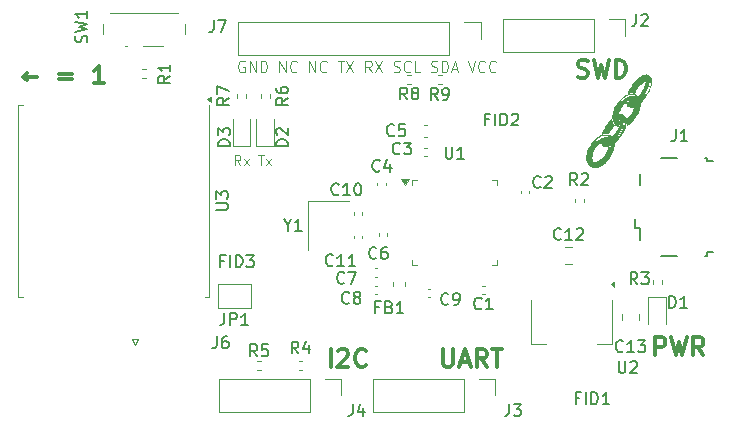
<source format=gbr>
%TF.GenerationSoftware,KiCad,Pcbnew,9.0.3*%
%TF.CreationDate,2025-09-24T15:40:22-07:00*%
%TF.ProjectId,linklet,6c696e6b-6c65-4742-9e6b-696361645f70,rev?*%
%TF.SameCoordinates,Original*%
%TF.FileFunction,Legend,Top*%
%TF.FilePolarity,Positive*%
%FSLAX46Y46*%
G04 Gerber Fmt 4.6, Leading zero omitted, Abs format (unit mm)*
G04 Created by KiCad (PCBNEW 9.0.3) date 2025-09-24 15:40:22*
%MOMM*%
%LPD*%
G01*
G04 APERTURE LIST*
%ADD10C,0.300000*%
%ADD11C,0.125000*%
%ADD12C,0.100000*%
%ADD13C,0.150000*%
%ADD14C,0.120000*%
%ADD15C,0.000000*%
G04 APERTURE END LIST*
D10*
X112054510Y-108800828D02*
X112054510Y-107300828D01*
X112054510Y-107300828D02*
X112625939Y-107300828D01*
X112625939Y-107300828D02*
X112768796Y-107372257D01*
X112768796Y-107372257D02*
X112840225Y-107443685D01*
X112840225Y-107443685D02*
X112911653Y-107586542D01*
X112911653Y-107586542D02*
X112911653Y-107800828D01*
X112911653Y-107800828D02*
X112840225Y-107943685D01*
X112840225Y-107943685D02*
X112768796Y-108015114D01*
X112768796Y-108015114D02*
X112625939Y-108086542D01*
X112625939Y-108086542D02*
X112054510Y-108086542D01*
X113411653Y-107300828D02*
X113768796Y-108800828D01*
X113768796Y-108800828D02*
X114054510Y-107729400D01*
X114054510Y-107729400D02*
X114340225Y-108800828D01*
X114340225Y-108800828D02*
X114697368Y-107300828D01*
X116125939Y-108800828D02*
X115625939Y-108086542D01*
X115268796Y-108800828D02*
X115268796Y-107300828D01*
X115268796Y-107300828D02*
X115840225Y-107300828D01*
X115840225Y-107300828D02*
X115983082Y-107372257D01*
X115983082Y-107372257D02*
X116054511Y-107443685D01*
X116054511Y-107443685D02*
X116125939Y-107586542D01*
X116125939Y-107586542D02*
X116125939Y-107800828D01*
X116125939Y-107800828D02*
X116054511Y-107943685D01*
X116054511Y-107943685D02*
X115983082Y-108015114D01*
X115983082Y-108015114D02*
X115840225Y-108086542D01*
X115840225Y-108086542D02*
X115268796Y-108086542D01*
D11*
X77267950Y-83918738D02*
X77182236Y-83871119D01*
X77182236Y-83871119D02*
X77053664Y-83871119D01*
X77053664Y-83871119D02*
X76925093Y-83918738D01*
X76925093Y-83918738D02*
X76839378Y-84013976D01*
X76839378Y-84013976D02*
X76796521Y-84109214D01*
X76796521Y-84109214D02*
X76753664Y-84299690D01*
X76753664Y-84299690D02*
X76753664Y-84442547D01*
X76753664Y-84442547D02*
X76796521Y-84633023D01*
X76796521Y-84633023D02*
X76839378Y-84728261D01*
X76839378Y-84728261D02*
X76925093Y-84823500D01*
X76925093Y-84823500D02*
X77053664Y-84871119D01*
X77053664Y-84871119D02*
X77139378Y-84871119D01*
X77139378Y-84871119D02*
X77267950Y-84823500D01*
X77267950Y-84823500D02*
X77310807Y-84775880D01*
X77310807Y-84775880D02*
X77310807Y-84442547D01*
X77310807Y-84442547D02*
X77139378Y-84442547D01*
X77696521Y-84871119D02*
X77696521Y-83871119D01*
X77696521Y-83871119D02*
X78210807Y-84871119D01*
X78210807Y-84871119D02*
X78210807Y-83871119D01*
X78639378Y-84871119D02*
X78639378Y-83871119D01*
X78639378Y-83871119D02*
X78853664Y-83871119D01*
X78853664Y-83871119D02*
X78982235Y-83918738D01*
X78982235Y-83918738D02*
X79067950Y-84013976D01*
X79067950Y-84013976D02*
X79110807Y-84109214D01*
X79110807Y-84109214D02*
X79153664Y-84299690D01*
X79153664Y-84299690D02*
X79153664Y-84442547D01*
X79153664Y-84442547D02*
X79110807Y-84633023D01*
X79110807Y-84633023D02*
X79067950Y-84728261D01*
X79067950Y-84728261D02*
X78982235Y-84823500D01*
X78982235Y-84823500D02*
X78853664Y-84871119D01*
X78853664Y-84871119D02*
X78639378Y-84871119D01*
X80225092Y-84871119D02*
X80225092Y-83871119D01*
X80225092Y-83871119D02*
X80739378Y-84871119D01*
X80739378Y-84871119D02*
X80739378Y-83871119D01*
X81682235Y-84775880D02*
X81639378Y-84823500D01*
X81639378Y-84823500D02*
X81510806Y-84871119D01*
X81510806Y-84871119D02*
X81425092Y-84871119D01*
X81425092Y-84871119D02*
X81296521Y-84823500D01*
X81296521Y-84823500D02*
X81210806Y-84728261D01*
X81210806Y-84728261D02*
X81167949Y-84633023D01*
X81167949Y-84633023D02*
X81125092Y-84442547D01*
X81125092Y-84442547D02*
X81125092Y-84299690D01*
X81125092Y-84299690D02*
X81167949Y-84109214D01*
X81167949Y-84109214D02*
X81210806Y-84013976D01*
X81210806Y-84013976D02*
X81296521Y-83918738D01*
X81296521Y-83918738D02*
X81425092Y-83871119D01*
X81425092Y-83871119D02*
X81510806Y-83871119D01*
X81510806Y-83871119D02*
X81639378Y-83918738D01*
X81639378Y-83918738D02*
X81682235Y-83966357D01*
X82753663Y-84871119D02*
X82753663Y-83871119D01*
X82753663Y-83871119D02*
X83267949Y-84871119D01*
X83267949Y-84871119D02*
X83267949Y-83871119D01*
X84210806Y-84775880D02*
X84167949Y-84823500D01*
X84167949Y-84823500D02*
X84039377Y-84871119D01*
X84039377Y-84871119D02*
X83953663Y-84871119D01*
X83953663Y-84871119D02*
X83825092Y-84823500D01*
X83825092Y-84823500D02*
X83739377Y-84728261D01*
X83739377Y-84728261D02*
X83696520Y-84633023D01*
X83696520Y-84633023D02*
X83653663Y-84442547D01*
X83653663Y-84442547D02*
X83653663Y-84299690D01*
X83653663Y-84299690D02*
X83696520Y-84109214D01*
X83696520Y-84109214D02*
X83739377Y-84013976D01*
X83739377Y-84013976D02*
X83825092Y-83918738D01*
X83825092Y-83918738D02*
X83953663Y-83871119D01*
X83953663Y-83871119D02*
X84039377Y-83871119D01*
X84039377Y-83871119D02*
X84167949Y-83918738D01*
X84167949Y-83918738D02*
X84210806Y-83966357D01*
X85153663Y-83871119D02*
X85667949Y-83871119D01*
X85410806Y-84871119D02*
X85410806Y-83871119D01*
X85882234Y-83871119D02*
X86482234Y-84871119D01*
X86482234Y-83871119D02*
X85882234Y-84871119D01*
X88025091Y-84871119D02*
X87725091Y-84394928D01*
X87510805Y-84871119D02*
X87510805Y-83871119D01*
X87510805Y-83871119D02*
X87853662Y-83871119D01*
X87853662Y-83871119D02*
X87939377Y-83918738D01*
X87939377Y-83918738D02*
X87982234Y-83966357D01*
X87982234Y-83966357D02*
X88025091Y-84061595D01*
X88025091Y-84061595D02*
X88025091Y-84204452D01*
X88025091Y-84204452D02*
X87982234Y-84299690D01*
X87982234Y-84299690D02*
X87939377Y-84347309D01*
X87939377Y-84347309D02*
X87853662Y-84394928D01*
X87853662Y-84394928D02*
X87510805Y-84394928D01*
X88325091Y-83871119D02*
X88925091Y-84871119D01*
X88925091Y-83871119D02*
X88325091Y-84871119D01*
X89910805Y-84823500D02*
X90039377Y-84871119D01*
X90039377Y-84871119D02*
X90253662Y-84871119D01*
X90253662Y-84871119D02*
X90339377Y-84823500D01*
X90339377Y-84823500D02*
X90382234Y-84775880D01*
X90382234Y-84775880D02*
X90425091Y-84680642D01*
X90425091Y-84680642D02*
X90425091Y-84585404D01*
X90425091Y-84585404D02*
X90382234Y-84490166D01*
X90382234Y-84490166D02*
X90339377Y-84442547D01*
X90339377Y-84442547D02*
X90253662Y-84394928D01*
X90253662Y-84394928D02*
X90082234Y-84347309D01*
X90082234Y-84347309D02*
X89996519Y-84299690D01*
X89996519Y-84299690D02*
X89953662Y-84252071D01*
X89953662Y-84252071D02*
X89910805Y-84156833D01*
X89910805Y-84156833D02*
X89910805Y-84061595D01*
X89910805Y-84061595D02*
X89953662Y-83966357D01*
X89953662Y-83966357D02*
X89996519Y-83918738D01*
X89996519Y-83918738D02*
X90082234Y-83871119D01*
X90082234Y-83871119D02*
X90296519Y-83871119D01*
X90296519Y-83871119D02*
X90425091Y-83918738D01*
X91325091Y-84775880D02*
X91282234Y-84823500D01*
X91282234Y-84823500D02*
X91153662Y-84871119D01*
X91153662Y-84871119D02*
X91067948Y-84871119D01*
X91067948Y-84871119D02*
X90939377Y-84823500D01*
X90939377Y-84823500D02*
X90853662Y-84728261D01*
X90853662Y-84728261D02*
X90810805Y-84633023D01*
X90810805Y-84633023D02*
X90767948Y-84442547D01*
X90767948Y-84442547D02*
X90767948Y-84299690D01*
X90767948Y-84299690D02*
X90810805Y-84109214D01*
X90810805Y-84109214D02*
X90853662Y-84013976D01*
X90853662Y-84013976D02*
X90939377Y-83918738D01*
X90939377Y-83918738D02*
X91067948Y-83871119D01*
X91067948Y-83871119D02*
X91153662Y-83871119D01*
X91153662Y-83871119D02*
X91282234Y-83918738D01*
X91282234Y-83918738D02*
X91325091Y-83966357D01*
X92139377Y-84871119D02*
X91710805Y-84871119D01*
X91710805Y-84871119D02*
X91710805Y-83871119D01*
X93082233Y-84823500D02*
X93210805Y-84871119D01*
X93210805Y-84871119D02*
X93425090Y-84871119D01*
X93425090Y-84871119D02*
X93510805Y-84823500D01*
X93510805Y-84823500D02*
X93553662Y-84775880D01*
X93553662Y-84775880D02*
X93596519Y-84680642D01*
X93596519Y-84680642D02*
X93596519Y-84585404D01*
X93596519Y-84585404D02*
X93553662Y-84490166D01*
X93553662Y-84490166D02*
X93510805Y-84442547D01*
X93510805Y-84442547D02*
X93425090Y-84394928D01*
X93425090Y-84394928D02*
X93253662Y-84347309D01*
X93253662Y-84347309D02*
X93167947Y-84299690D01*
X93167947Y-84299690D02*
X93125090Y-84252071D01*
X93125090Y-84252071D02*
X93082233Y-84156833D01*
X93082233Y-84156833D02*
X93082233Y-84061595D01*
X93082233Y-84061595D02*
X93125090Y-83966357D01*
X93125090Y-83966357D02*
X93167947Y-83918738D01*
X93167947Y-83918738D02*
X93253662Y-83871119D01*
X93253662Y-83871119D02*
X93467947Y-83871119D01*
X93467947Y-83871119D02*
X93596519Y-83918738D01*
X93982233Y-84871119D02*
X93982233Y-83871119D01*
X93982233Y-83871119D02*
X94196519Y-83871119D01*
X94196519Y-83871119D02*
X94325090Y-83918738D01*
X94325090Y-83918738D02*
X94410805Y-84013976D01*
X94410805Y-84013976D02*
X94453662Y-84109214D01*
X94453662Y-84109214D02*
X94496519Y-84299690D01*
X94496519Y-84299690D02*
X94496519Y-84442547D01*
X94496519Y-84442547D02*
X94453662Y-84633023D01*
X94453662Y-84633023D02*
X94410805Y-84728261D01*
X94410805Y-84728261D02*
X94325090Y-84823500D01*
X94325090Y-84823500D02*
X94196519Y-84871119D01*
X94196519Y-84871119D02*
X93982233Y-84871119D01*
X94839376Y-84585404D02*
X95267948Y-84585404D01*
X94753662Y-84871119D02*
X95053662Y-83871119D01*
X95053662Y-83871119D02*
X95353662Y-84871119D01*
X96210805Y-83871119D02*
X96510805Y-84871119D01*
X96510805Y-84871119D02*
X96810805Y-83871119D01*
X97625091Y-84775880D02*
X97582234Y-84823500D01*
X97582234Y-84823500D02*
X97453662Y-84871119D01*
X97453662Y-84871119D02*
X97367948Y-84871119D01*
X97367948Y-84871119D02*
X97239377Y-84823500D01*
X97239377Y-84823500D02*
X97153662Y-84728261D01*
X97153662Y-84728261D02*
X97110805Y-84633023D01*
X97110805Y-84633023D02*
X97067948Y-84442547D01*
X97067948Y-84442547D02*
X97067948Y-84299690D01*
X97067948Y-84299690D02*
X97110805Y-84109214D01*
X97110805Y-84109214D02*
X97153662Y-84013976D01*
X97153662Y-84013976D02*
X97239377Y-83918738D01*
X97239377Y-83918738D02*
X97367948Y-83871119D01*
X97367948Y-83871119D02*
X97453662Y-83871119D01*
X97453662Y-83871119D02*
X97582234Y-83918738D01*
X97582234Y-83918738D02*
X97625091Y-83966357D01*
X98525091Y-84775880D02*
X98482234Y-84823500D01*
X98482234Y-84823500D02*
X98353662Y-84871119D01*
X98353662Y-84871119D02*
X98267948Y-84871119D01*
X98267948Y-84871119D02*
X98139377Y-84823500D01*
X98139377Y-84823500D02*
X98053662Y-84728261D01*
X98053662Y-84728261D02*
X98010805Y-84633023D01*
X98010805Y-84633023D02*
X97967948Y-84442547D01*
X97967948Y-84442547D02*
X97967948Y-84299690D01*
X97967948Y-84299690D02*
X98010805Y-84109214D01*
X98010805Y-84109214D02*
X98053662Y-84013976D01*
X98053662Y-84013976D02*
X98139377Y-83918738D01*
X98139377Y-83918738D02*
X98267948Y-83871119D01*
X98267948Y-83871119D02*
X98353662Y-83871119D01*
X98353662Y-83871119D02*
X98482234Y-83918738D01*
X98482234Y-83918738D02*
X98525091Y-83966357D01*
D10*
X59697368Y-85229400D02*
X58554510Y-85229400D01*
X58840225Y-85515114D02*
X58554510Y-85229400D01*
X58554510Y-85229400D02*
X58840225Y-84943685D01*
X61554510Y-85015114D02*
X62697368Y-85015114D01*
X62697368Y-85443685D02*
X61554510Y-85443685D01*
X65340225Y-85800828D02*
X64483082Y-85800828D01*
X64911653Y-85800828D02*
X64911653Y-84300828D01*
X64911653Y-84300828D02*
X64768796Y-84515114D01*
X64768796Y-84515114D02*
X64625939Y-84657971D01*
X64625939Y-84657971D02*
X64483082Y-84729400D01*
X94054510Y-108300828D02*
X94054510Y-109515114D01*
X94054510Y-109515114D02*
X94125939Y-109657971D01*
X94125939Y-109657971D02*
X94197368Y-109729400D01*
X94197368Y-109729400D02*
X94340225Y-109800828D01*
X94340225Y-109800828D02*
X94625939Y-109800828D01*
X94625939Y-109800828D02*
X94768796Y-109729400D01*
X94768796Y-109729400D02*
X94840225Y-109657971D01*
X94840225Y-109657971D02*
X94911653Y-109515114D01*
X94911653Y-109515114D02*
X94911653Y-108300828D01*
X95554511Y-109372257D02*
X96268797Y-109372257D01*
X95411654Y-109800828D02*
X95911654Y-108300828D01*
X95911654Y-108300828D02*
X96411654Y-109800828D01*
X97768796Y-109800828D02*
X97268796Y-109086542D01*
X96911653Y-109800828D02*
X96911653Y-108300828D01*
X96911653Y-108300828D02*
X97483082Y-108300828D01*
X97483082Y-108300828D02*
X97625939Y-108372257D01*
X97625939Y-108372257D02*
X97697368Y-108443685D01*
X97697368Y-108443685D02*
X97768796Y-108586542D01*
X97768796Y-108586542D02*
X97768796Y-108800828D01*
X97768796Y-108800828D02*
X97697368Y-108943685D01*
X97697368Y-108943685D02*
X97625939Y-109015114D01*
X97625939Y-109015114D02*
X97483082Y-109086542D01*
X97483082Y-109086542D02*
X96911653Y-109086542D01*
X98197368Y-108300828D02*
X99054511Y-108300828D01*
X98625939Y-109800828D02*
X98625939Y-108300828D01*
X84554510Y-109800828D02*
X84554510Y-108300828D01*
X85197368Y-108443685D02*
X85268796Y-108372257D01*
X85268796Y-108372257D02*
X85411654Y-108300828D01*
X85411654Y-108300828D02*
X85768796Y-108300828D01*
X85768796Y-108300828D02*
X85911654Y-108372257D01*
X85911654Y-108372257D02*
X85983082Y-108443685D01*
X85983082Y-108443685D02*
X86054511Y-108586542D01*
X86054511Y-108586542D02*
X86054511Y-108729400D01*
X86054511Y-108729400D02*
X85983082Y-108943685D01*
X85983082Y-108943685D02*
X85125939Y-109800828D01*
X85125939Y-109800828D02*
X86054511Y-109800828D01*
X87554510Y-109657971D02*
X87483082Y-109729400D01*
X87483082Y-109729400D02*
X87268796Y-109800828D01*
X87268796Y-109800828D02*
X87125939Y-109800828D01*
X87125939Y-109800828D02*
X86911653Y-109729400D01*
X86911653Y-109729400D02*
X86768796Y-109586542D01*
X86768796Y-109586542D02*
X86697367Y-109443685D01*
X86697367Y-109443685D02*
X86625939Y-109157971D01*
X86625939Y-109157971D02*
X86625939Y-108943685D01*
X86625939Y-108943685D02*
X86697367Y-108657971D01*
X86697367Y-108657971D02*
X86768796Y-108515114D01*
X86768796Y-108515114D02*
X86911653Y-108372257D01*
X86911653Y-108372257D02*
X87125939Y-108300828D01*
X87125939Y-108300828D02*
X87268796Y-108300828D01*
X87268796Y-108300828D02*
X87483082Y-108372257D01*
X87483082Y-108372257D02*
X87554510Y-108443685D01*
X105483082Y-85229400D02*
X105697368Y-85300828D01*
X105697368Y-85300828D02*
X106054510Y-85300828D01*
X106054510Y-85300828D02*
X106197368Y-85229400D01*
X106197368Y-85229400D02*
X106268796Y-85157971D01*
X106268796Y-85157971D02*
X106340225Y-85015114D01*
X106340225Y-85015114D02*
X106340225Y-84872257D01*
X106340225Y-84872257D02*
X106268796Y-84729400D01*
X106268796Y-84729400D02*
X106197368Y-84657971D01*
X106197368Y-84657971D02*
X106054510Y-84586542D01*
X106054510Y-84586542D02*
X105768796Y-84515114D01*
X105768796Y-84515114D02*
X105625939Y-84443685D01*
X105625939Y-84443685D02*
X105554510Y-84372257D01*
X105554510Y-84372257D02*
X105483082Y-84229400D01*
X105483082Y-84229400D02*
X105483082Y-84086542D01*
X105483082Y-84086542D02*
X105554510Y-83943685D01*
X105554510Y-83943685D02*
X105625939Y-83872257D01*
X105625939Y-83872257D02*
X105768796Y-83800828D01*
X105768796Y-83800828D02*
X106125939Y-83800828D01*
X106125939Y-83800828D02*
X106340225Y-83872257D01*
X106840224Y-83800828D02*
X107197367Y-85300828D01*
X107197367Y-85300828D02*
X107483081Y-84229400D01*
X107483081Y-84229400D02*
X107768796Y-85300828D01*
X107768796Y-85300828D02*
X108125939Y-83800828D01*
X108697367Y-85300828D02*
X108697367Y-83800828D01*
X108697367Y-83800828D02*
X109054510Y-83800828D01*
X109054510Y-83800828D02*
X109268796Y-83872257D01*
X109268796Y-83872257D02*
X109411653Y-84015114D01*
X109411653Y-84015114D02*
X109483082Y-84157971D01*
X109483082Y-84157971D02*
X109554510Y-84443685D01*
X109554510Y-84443685D02*
X109554510Y-84657971D01*
X109554510Y-84657971D02*
X109483082Y-84943685D01*
X109483082Y-84943685D02*
X109411653Y-85086542D01*
X109411653Y-85086542D02*
X109268796Y-85229400D01*
X109268796Y-85229400D02*
X109054510Y-85300828D01*
X109054510Y-85300828D02*
X108697367Y-85300828D01*
D12*
X78447619Y-91896895D02*
X78904762Y-91896895D01*
X78676190Y-92696895D02*
X78676190Y-91896895D01*
X79095238Y-92696895D02*
X79514286Y-92163561D01*
X79095238Y-92163561D02*
X79514286Y-92696895D01*
X76923810Y-92696895D02*
X76657143Y-92315942D01*
X76466667Y-92696895D02*
X76466667Y-91896895D01*
X76466667Y-91896895D02*
X76771429Y-91896895D01*
X76771429Y-91896895D02*
X76847619Y-91934990D01*
X76847619Y-91934990D02*
X76885714Y-91973085D01*
X76885714Y-91973085D02*
X76923810Y-92049276D01*
X76923810Y-92049276D02*
X76923810Y-92163561D01*
X76923810Y-92163561D02*
X76885714Y-92239752D01*
X76885714Y-92239752D02*
X76847619Y-92277847D01*
X76847619Y-92277847D02*
X76771429Y-92315942D01*
X76771429Y-92315942D02*
X76466667Y-92315942D01*
X77190476Y-92696895D02*
X77609524Y-92163561D01*
X77190476Y-92163561D02*
X77609524Y-92696895D01*
D13*
X97333333Y-104832080D02*
X97285714Y-104879700D01*
X97285714Y-104879700D02*
X97142857Y-104927319D01*
X97142857Y-104927319D02*
X97047619Y-104927319D01*
X97047619Y-104927319D02*
X96904762Y-104879700D01*
X96904762Y-104879700D02*
X96809524Y-104784461D01*
X96809524Y-104784461D02*
X96761905Y-104689223D01*
X96761905Y-104689223D02*
X96714286Y-104498747D01*
X96714286Y-104498747D02*
X96714286Y-104355890D01*
X96714286Y-104355890D02*
X96761905Y-104165414D01*
X96761905Y-104165414D02*
X96809524Y-104070176D01*
X96809524Y-104070176D02*
X96904762Y-103974938D01*
X96904762Y-103974938D02*
X97047619Y-103927319D01*
X97047619Y-103927319D02*
X97142857Y-103927319D01*
X97142857Y-103927319D02*
X97285714Y-103974938D01*
X97285714Y-103974938D02*
X97333333Y-104022557D01*
X98285714Y-104927319D02*
X97714286Y-104927319D01*
X98000000Y-104927319D02*
X98000000Y-103927319D01*
X98000000Y-103927319D02*
X97904762Y-104070176D01*
X97904762Y-104070176D02*
X97809524Y-104165414D01*
X97809524Y-104165414D02*
X97714286Y-104213033D01*
X105628571Y-112431009D02*
X105295238Y-112431009D01*
X105295238Y-112954819D02*
X105295238Y-111954819D01*
X105295238Y-111954819D02*
X105771428Y-111954819D01*
X106152381Y-112954819D02*
X106152381Y-111954819D01*
X106628571Y-112954819D02*
X106628571Y-111954819D01*
X106628571Y-111954819D02*
X106866666Y-111954819D01*
X106866666Y-111954819D02*
X107009523Y-112002438D01*
X107009523Y-112002438D02*
X107104761Y-112097676D01*
X107104761Y-112097676D02*
X107152380Y-112192914D01*
X107152380Y-112192914D02*
X107199999Y-112383390D01*
X107199999Y-112383390D02*
X107199999Y-112526247D01*
X107199999Y-112526247D02*
X107152380Y-112716723D01*
X107152380Y-112716723D02*
X107104761Y-112811961D01*
X107104761Y-112811961D02*
X107009523Y-112907200D01*
X107009523Y-112907200D02*
X106866666Y-112954819D01*
X106866666Y-112954819D02*
X106628571Y-112954819D01*
X108152380Y-112954819D02*
X107580952Y-112954819D01*
X107866666Y-112954819D02*
X107866666Y-111954819D01*
X107866666Y-111954819D02*
X107771428Y-112097676D01*
X107771428Y-112097676D02*
X107676190Y-112192914D01*
X107676190Y-112192914D02*
X107580952Y-112240533D01*
X74666666Y-80454819D02*
X74666666Y-81169104D01*
X74666666Y-81169104D02*
X74619047Y-81311961D01*
X74619047Y-81311961D02*
X74523809Y-81407200D01*
X74523809Y-81407200D02*
X74380952Y-81454819D01*
X74380952Y-81454819D02*
X74285714Y-81454819D01*
X75047619Y-80454819D02*
X75714285Y-80454819D01*
X75714285Y-80454819D02*
X75285714Y-81454819D01*
X74854819Y-96511904D02*
X75664342Y-96511904D01*
X75664342Y-96511904D02*
X75759580Y-96464285D01*
X75759580Y-96464285D02*
X75807200Y-96416666D01*
X75807200Y-96416666D02*
X75854819Y-96321428D01*
X75854819Y-96321428D02*
X75854819Y-96130952D01*
X75854819Y-96130952D02*
X75807200Y-96035714D01*
X75807200Y-96035714D02*
X75759580Y-95988095D01*
X75759580Y-95988095D02*
X75664342Y-95940476D01*
X75664342Y-95940476D02*
X74854819Y-95940476D01*
X74854819Y-95559523D02*
X74854819Y-94940476D01*
X74854819Y-94940476D02*
X75235771Y-95273809D01*
X75235771Y-95273809D02*
X75235771Y-95130952D01*
X75235771Y-95130952D02*
X75283390Y-95035714D01*
X75283390Y-95035714D02*
X75331009Y-94988095D01*
X75331009Y-94988095D02*
X75426247Y-94940476D01*
X75426247Y-94940476D02*
X75664342Y-94940476D01*
X75664342Y-94940476D02*
X75759580Y-94988095D01*
X75759580Y-94988095D02*
X75807200Y-95035714D01*
X75807200Y-95035714D02*
X75854819Y-95130952D01*
X75854819Y-95130952D02*
X75854819Y-95416666D01*
X75854819Y-95416666D02*
X75807200Y-95511904D01*
X75807200Y-95511904D02*
X75759580Y-95559523D01*
X91033333Y-87154819D02*
X90700000Y-86678628D01*
X90461905Y-87154819D02*
X90461905Y-86154819D01*
X90461905Y-86154819D02*
X90842857Y-86154819D01*
X90842857Y-86154819D02*
X90938095Y-86202438D01*
X90938095Y-86202438D02*
X90985714Y-86250057D01*
X90985714Y-86250057D02*
X91033333Y-86345295D01*
X91033333Y-86345295D02*
X91033333Y-86488152D01*
X91033333Y-86488152D02*
X90985714Y-86583390D01*
X90985714Y-86583390D02*
X90938095Y-86631009D01*
X90938095Y-86631009D02*
X90842857Y-86678628D01*
X90842857Y-86678628D02*
X90461905Y-86678628D01*
X91604762Y-86583390D02*
X91509524Y-86535771D01*
X91509524Y-86535771D02*
X91461905Y-86488152D01*
X91461905Y-86488152D02*
X91414286Y-86392914D01*
X91414286Y-86392914D02*
X91414286Y-86345295D01*
X91414286Y-86345295D02*
X91461905Y-86250057D01*
X91461905Y-86250057D02*
X91509524Y-86202438D01*
X91509524Y-86202438D02*
X91604762Y-86154819D01*
X91604762Y-86154819D02*
X91795238Y-86154819D01*
X91795238Y-86154819D02*
X91890476Y-86202438D01*
X91890476Y-86202438D02*
X91938095Y-86250057D01*
X91938095Y-86250057D02*
X91985714Y-86345295D01*
X91985714Y-86345295D02*
X91985714Y-86392914D01*
X91985714Y-86392914D02*
X91938095Y-86488152D01*
X91938095Y-86488152D02*
X91890476Y-86535771D01*
X91890476Y-86535771D02*
X91795238Y-86583390D01*
X91795238Y-86583390D02*
X91604762Y-86583390D01*
X91604762Y-86583390D02*
X91509524Y-86631009D01*
X91509524Y-86631009D02*
X91461905Y-86678628D01*
X91461905Y-86678628D02*
X91414286Y-86773866D01*
X91414286Y-86773866D02*
X91414286Y-86964342D01*
X91414286Y-86964342D02*
X91461905Y-87059580D01*
X91461905Y-87059580D02*
X91509524Y-87107200D01*
X91509524Y-87107200D02*
X91604762Y-87154819D01*
X91604762Y-87154819D02*
X91795238Y-87154819D01*
X91795238Y-87154819D02*
X91890476Y-87107200D01*
X91890476Y-87107200D02*
X91938095Y-87059580D01*
X91938095Y-87059580D02*
X91985714Y-86964342D01*
X91985714Y-86964342D02*
X91985714Y-86773866D01*
X91985714Y-86773866D02*
X91938095Y-86678628D01*
X91938095Y-86678628D02*
X91890476Y-86631009D01*
X91890476Y-86631009D02*
X91795238Y-86583390D01*
X89933333Y-90172080D02*
X89885714Y-90219700D01*
X89885714Y-90219700D02*
X89742857Y-90267319D01*
X89742857Y-90267319D02*
X89647619Y-90267319D01*
X89647619Y-90267319D02*
X89504762Y-90219700D01*
X89504762Y-90219700D02*
X89409524Y-90124461D01*
X89409524Y-90124461D02*
X89361905Y-90029223D01*
X89361905Y-90029223D02*
X89314286Y-89838747D01*
X89314286Y-89838747D02*
X89314286Y-89695890D01*
X89314286Y-89695890D02*
X89361905Y-89505414D01*
X89361905Y-89505414D02*
X89409524Y-89410176D01*
X89409524Y-89410176D02*
X89504762Y-89314938D01*
X89504762Y-89314938D02*
X89647619Y-89267319D01*
X89647619Y-89267319D02*
X89742857Y-89267319D01*
X89742857Y-89267319D02*
X89885714Y-89314938D01*
X89885714Y-89314938D02*
X89933333Y-89362557D01*
X90838095Y-89267319D02*
X90361905Y-89267319D01*
X90361905Y-89267319D02*
X90314286Y-89743509D01*
X90314286Y-89743509D02*
X90361905Y-89695890D01*
X90361905Y-89695890D02*
X90457143Y-89648271D01*
X90457143Y-89648271D02*
X90695238Y-89648271D01*
X90695238Y-89648271D02*
X90790476Y-89695890D01*
X90790476Y-89695890D02*
X90838095Y-89743509D01*
X90838095Y-89743509D02*
X90885714Y-89838747D01*
X90885714Y-89838747D02*
X90885714Y-90076842D01*
X90885714Y-90076842D02*
X90838095Y-90172080D01*
X90838095Y-90172080D02*
X90790476Y-90219700D01*
X90790476Y-90219700D02*
X90695238Y-90267319D01*
X90695238Y-90267319D02*
X90457143Y-90267319D01*
X90457143Y-90267319D02*
X90361905Y-90219700D01*
X90361905Y-90219700D02*
X90314286Y-90172080D01*
X88720833Y-93172080D02*
X88673214Y-93219700D01*
X88673214Y-93219700D02*
X88530357Y-93267319D01*
X88530357Y-93267319D02*
X88435119Y-93267319D01*
X88435119Y-93267319D02*
X88292262Y-93219700D01*
X88292262Y-93219700D02*
X88197024Y-93124461D01*
X88197024Y-93124461D02*
X88149405Y-93029223D01*
X88149405Y-93029223D02*
X88101786Y-92838747D01*
X88101786Y-92838747D02*
X88101786Y-92695890D01*
X88101786Y-92695890D02*
X88149405Y-92505414D01*
X88149405Y-92505414D02*
X88197024Y-92410176D01*
X88197024Y-92410176D02*
X88292262Y-92314938D01*
X88292262Y-92314938D02*
X88435119Y-92267319D01*
X88435119Y-92267319D02*
X88530357Y-92267319D01*
X88530357Y-92267319D02*
X88673214Y-92314938D01*
X88673214Y-92314938D02*
X88720833Y-92362557D01*
X89577976Y-92600652D02*
X89577976Y-93267319D01*
X89339881Y-92219700D02*
X89101786Y-92933985D01*
X89101786Y-92933985D02*
X89720833Y-92933985D01*
X110533333Y-102804819D02*
X110200000Y-102328628D01*
X109961905Y-102804819D02*
X109961905Y-101804819D01*
X109961905Y-101804819D02*
X110342857Y-101804819D01*
X110342857Y-101804819D02*
X110438095Y-101852438D01*
X110438095Y-101852438D02*
X110485714Y-101900057D01*
X110485714Y-101900057D02*
X110533333Y-101995295D01*
X110533333Y-101995295D02*
X110533333Y-102138152D01*
X110533333Y-102138152D02*
X110485714Y-102233390D01*
X110485714Y-102233390D02*
X110438095Y-102281009D01*
X110438095Y-102281009D02*
X110342857Y-102328628D01*
X110342857Y-102328628D02*
X109961905Y-102328628D01*
X110866667Y-101804819D02*
X111485714Y-101804819D01*
X111485714Y-101804819D02*
X111152381Y-102185771D01*
X111152381Y-102185771D02*
X111295238Y-102185771D01*
X111295238Y-102185771D02*
X111390476Y-102233390D01*
X111390476Y-102233390D02*
X111438095Y-102281009D01*
X111438095Y-102281009D02*
X111485714Y-102376247D01*
X111485714Y-102376247D02*
X111485714Y-102614342D01*
X111485714Y-102614342D02*
X111438095Y-102709580D01*
X111438095Y-102709580D02*
X111390476Y-102757200D01*
X111390476Y-102757200D02*
X111295238Y-102804819D01*
X111295238Y-102804819D02*
X111009524Y-102804819D01*
X111009524Y-102804819D02*
X110914286Y-102757200D01*
X110914286Y-102757200D02*
X110866667Y-102709580D01*
X75954819Y-87029166D02*
X75478628Y-87362499D01*
X75954819Y-87600594D02*
X74954819Y-87600594D01*
X74954819Y-87600594D02*
X74954819Y-87219642D01*
X74954819Y-87219642D02*
X75002438Y-87124404D01*
X75002438Y-87124404D02*
X75050057Y-87076785D01*
X75050057Y-87076785D02*
X75145295Y-87029166D01*
X75145295Y-87029166D02*
X75288152Y-87029166D01*
X75288152Y-87029166D02*
X75383390Y-87076785D01*
X75383390Y-87076785D02*
X75431009Y-87124404D01*
X75431009Y-87124404D02*
X75478628Y-87219642D01*
X75478628Y-87219642D02*
X75478628Y-87600594D01*
X74954819Y-86695832D02*
X74954819Y-86029166D01*
X74954819Y-86029166D02*
X75954819Y-86457737D01*
X75528571Y-100831009D02*
X75195238Y-100831009D01*
X75195238Y-101354819D02*
X75195238Y-100354819D01*
X75195238Y-100354819D02*
X75671428Y-100354819D01*
X76052381Y-101354819D02*
X76052381Y-100354819D01*
X76528571Y-101354819D02*
X76528571Y-100354819D01*
X76528571Y-100354819D02*
X76766666Y-100354819D01*
X76766666Y-100354819D02*
X76909523Y-100402438D01*
X76909523Y-100402438D02*
X77004761Y-100497676D01*
X77004761Y-100497676D02*
X77052380Y-100592914D01*
X77052380Y-100592914D02*
X77099999Y-100783390D01*
X77099999Y-100783390D02*
X77099999Y-100926247D01*
X77099999Y-100926247D02*
X77052380Y-101116723D01*
X77052380Y-101116723D02*
X77004761Y-101211961D01*
X77004761Y-101211961D02*
X76909523Y-101307200D01*
X76909523Y-101307200D02*
X76766666Y-101354819D01*
X76766666Y-101354819D02*
X76528571Y-101354819D01*
X77433333Y-100354819D02*
X78052380Y-100354819D01*
X78052380Y-100354819D02*
X77719047Y-100735771D01*
X77719047Y-100735771D02*
X77861904Y-100735771D01*
X77861904Y-100735771D02*
X77957142Y-100783390D01*
X77957142Y-100783390D02*
X78004761Y-100831009D01*
X78004761Y-100831009D02*
X78052380Y-100926247D01*
X78052380Y-100926247D02*
X78052380Y-101164342D01*
X78052380Y-101164342D02*
X78004761Y-101259580D01*
X78004761Y-101259580D02*
X77957142Y-101307200D01*
X77957142Y-101307200D02*
X77861904Y-101354819D01*
X77861904Y-101354819D02*
X77576190Y-101354819D01*
X77576190Y-101354819D02*
X77480952Y-101307200D01*
X77480952Y-101307200D02*
X77433333Y-101259580D01*
X113761666Y-89694819D02*
X113761666Y-90409104D01*
X113761666Y-90409104D02*
X113714047Y-90551961D01*
X113714047Y-90551961D02*
X113618809Y-90647200D01*
X113618809Y-90647200D02*
X113475952Y-90694819D01*
X113475952Y-90694819D02*
X113380714Y-90694819D01*
X114761666Y-90694819D02*
X114190238Y-90694819D01*
X114475952Y-90694819D02*
X114475952Y-89694819D01*
X114475952Y-89694819D02*
X114380714Y-89837676D01*
X114380714Y-89837676D02*
X114285476Y-89932914D01*
X114285476Y-89932914D02*
X114190238Y-89980533D01*
X85733333Y-102659580D02*
X85685714Y-102707200D01*
X85685714Y-102707200D02*
X85542857Y-102754819D01*
X85542857Y-102754819D02*
X85447619Y-102754819D01*
X85447619Y-102754819D02*
X85304762Y-102707200D01*
X85304762Y-102707200D02*
X85209524Y-102611961D01*
X85209524Y-102611961D02*
X85161905Y-102516723D01*
X85161905Y-102516723D02*
X85114286Y-102326247D01*
X85114286Y-102326247D02*
X85114286Y-102183390D01*
X85114286Y-102183390D02*
X85161905Y-101992914D01*
X85161905Y-101992914D02*
X85209524Y-101897676D01*
X85209524Y-101897676D02*
X85304762Y-101802438D01*
X85304762Y-101802438D02*
X85447619Y-101754819D01*
X85447619Y-101754819D02*
X85542857Y-101754819D01*
X85542857Y-101754819D02*
X85685714Y-101802438D01*
X85685714Y-101802438D02*
X85733333Y-101850057D01*
X86066667Y-101754819D02*
X86733333Y-101754819D01*
X86733333Y-101754819D02*
X86304762Y-102754819D01*
X110416666Y-79954819D02*
X110416666Y-80669104D01*
X110416666Y-80669104D02*
X110369047Y-80811961D01*
X110369047Y-80811961D02*
X110273809Y-80907200D01*
X110273809Y-80907200D02*
X110130952Y-80954819D01*
X110130952Y-80954819D02*
X110035714Y-80954819D01*
X110845238Y-80050057D02*
X110892857Y-80002438D01*
X110892857Y-80002438D02*
X110988095Y-79954819D01*
X110988095Y-79954819D02*
X111226190Y-79954819D01*
X111226190Y-79954819D02*
X111321428Y-80002438D01*
X111321428Y-80002438D02*
X111369047Y-80050057D01*
X111369047Y-80050057D02*
X111416666Y-80145295D01*
X111416666Y-80145295D02*
X111416666Y-80240533D01*
X111416666Y-80240533D02*
X111369047Y-80383390D01*
X111369047Y-80383390D02*
X110797619Y-80954819D01*
X110797619Y-80954819D02*
X111416666Y-80954819D01*
X94288095Y-91167319D02*
X94288095Y-91976842D01*
X94288095Y-91976842D02*
X94335714Y-92072080D01*
X94335714Y-92072080D02*
X94383333Y-92119700D01*
X94383333Y-92119700D02*
X94478571Y-92167319D01*
X94478571Y-92167319D02*
X94669047Y-92167319D01*
X94669047Y-92167319D02*
X94764285Y-92119700D01*
X94764285Y-92119700D02*
X94811904Y-92072080D01*
X94811904Y-92072080D02*
X94859523Y-91976842D01*
X94859523Y-91976842D02*
X94859523Y-91167319D01*
X95859523Y-92167319D02*
X95288095Y-92167319D01*
X95573809Y-92167319D02*
X95573809Y-91167319D01*
X95573809Y-91167319D02*
X95478571Y-91310176D01*
X95478571Y-91310176D02*
X95383333Y-91405414D01*
X95383333Y-91405414D02*
X95288095Y-91453033D01*
X63907200Y-82333332D02*
X63954819Y-82190475D01*
X63954819Y-82190475D02*
X63954819Y-81952380D01*
X63954819Y-81952380D02*
X63907200Y-81857142D01*
X63907200Y-81857142D02*
X63859580Y-81809523D01*
X63859580Y-81809523D02*
X63764342Y-81761904D01*
X63764342Y-81761904D02*
X63669104Y-81761904D01*
X63669104Y-81761904D02*
X63573866Y-81809523D01*
X63573866Y-81809523D02*
X63526247Y-81857142D01*
X63526247Y-81857142D02*
X63478628Y-81952380D01*
X63478628Y-81952380D02*
X63431009Y-82142856D01*
X63431009Y-82142856D02*
X63383390Y-82238094D01*
X63383390Y-82238094D02*
X63335771Y-82285713D01*
X63335771Y-82285713D02*
X63240533Y-82333332D01*
X63240533Y-82333332D02*
X63145295Y-82333332D01*
X63145295Y-82333332D02*
X63050057Y-82285713D01*
X63050057Y-82285713D02*
X63002438Y-82238094D01*
X63002438Y-82238094D02*
X62954819Y-82142856D01*
X62954819Y-82142856D02*
X62954819Y-81904761D01*
X62954819Y-81904761D02*
X63002438Y-81761904D01*
X62954819Y-81428570D02*
X63954819Y-81190475D01*
X63954819Y-81190475D02*
X63240533Y-80999999D01*
X63240533Y-80999999D02*
X63954819Y-80809523D01*
X63954819Y-80809523D02*
X62954819Y-80571428D01*
X63954819Y-79666666D02*
X63954819Y-80238094D01*
X63954819Y-79952380D02*
X62954819Y-79952380D01*
X62954819Y-79952380D02*
X63097676Y-80047618D01*
X63097676Y-80047618D02*
X63192914Y-80142856D01*
X63192914Y-80142856D02*
X63240533Y-80238094D01*
X74916666Y-107224819D02*
X74916666Y-107939104D01*
X74916666Y-107939104D02*
X74869047Y-108081961D01*
X74869047Y-108081961D02*
X74773809Y-108177200D01*
X74773809Y-108177200D02*
X74630952Y-108224819D01*
X74630952Y-108224819D02*
X74535714Y-108224819D01*
X75821428Y-107224819D02*
X75630952Y-107224819D01*
X75630952Y-107224819D02*
X75535714Y-107272438D01*
X75535714Y-107272438D02*
X75488095Y-107320057D01*
X75488095Y-107320057D02*
X75392857Y-107462914D01*
X75392857Y-107462914D02*
X75345238Y-107653390D01*
X75345238Y-107653390D02*
X75345238Y-108034342D01*
X75345238Y-108034342D02*
X75392857Y-108129580D01*
X75392857Y-108129580D02*
X75440476Y-108177200D01*
X75440476Y-108177200D02*
X75535714Y-108224819D01*
X75535714Y-108224819D02*
X75726190Y-108224819D01*
X75726190Y-108224819D02*
X75821428Y-108177200D01*
X75821428Y-108177200D02*
X75869047Y-108129580D01*
X75869047Y-108129580D02*
X75916666Y-108034342D01*
X75916666Y-108034342D02*
X75916666Y-107796247D01*
X75916666Y-107796247D02*
X75869047Y-107701009D01*
X75869047Y-107701009D02*
X75821428Y-107653390D01*
X75821428Y-107653390D02*
X75726190Y-107605771D01*
X75726190Y-107605771D02*
X75535714Y-107605771D01*
X75535714Y-107605771D02*
X75440476Y-107653390D01*
X75440476Y-107653390D02*
X75392857Y-107701009D01*
X75392857Y-107701009D02*
X75345238Y-107796247D01*
X88433333Y-100559580D02*
X88385714Y-100607200D01*
X88385714Y-100607200D02*
X88242857Y-100654819D01*
X88242857Y-100654819D02*
X88147619Y-100654819D01*
X88147619Y-100654819D02*
X88004762Y-100607200D01*
X88004762Y-100607200D02*
X87909524Y-100511961D01*
X87909524Y-100511961D02*
X87861905Y-100416723D01*
X87861905Y-100416723D02*
X87814286Y-100226247D01*
X87814286Y-100226247D02*
X87814286Y-100083390D01*
X87814286Y-100083390D02*
X87861905Y-99892914D01*
X87861905Y-99892914D02*
X87909524Y-99797676D01*
X87909524Y-99797676D02*
X88004762Y-99702438D01*
X88004762Y-99702438D02*
X88147619Y-99654819D01*
X88147619Y-99654819D02*
X88242857Y-99654819D01*
X88242857Y-99654819D02*
X88385714Y-99702438D01*
X88385714Y-99702438D02*
X88433333Y-99750057D01*
X89290476Y-99654819D02*
X89100000Y-99654819D01*
X89100000Y-99654819D02*
X89004762Y-99702438D01*
X89004762Y-99702438D02*
X88957143Y-99750057D01*
X88957143Y-99750057D02*
X88861905Y-99892914D01*
X88861905Y-99892914D02*
X88814286Y-100083390D01*
X88814286Y-100083390D02*
X88814286Y-100464342D01*
X88814286Y-100464342D02*
X88861905Y-100559580D01*
X88861905Y-100559580D02*
X88909524Y-100607200D01*
X88909524Y-100607200D02*
X89004762Y-100654819D01*
X89004762Y-100654819D02*
X89195238Y-100654819D01*
X89195238Y-100654819D02*
X89290476Y-100607200D01*
X89290476Y-100607200D02*
X89338095Y-100559580D01*
X89338095Y-100559580D02*
X89385714Y-100464342D01*
X89385714Y-100464342D02*
X89385714Y-100226247D01*
X89385714Y-100226247D02*
X89338095Y-100131009D01*
X89338095Y-100131009D02*
X89290476Y-100083390D01*
X89290476Y-100083390D02*
X89195238Y-100035771D01*
X89195238Y-100035771D02*
X89004762Y-100035771D01*
X89004762Y-100035771D02*
X88909524Y-100083390D01*
X88909524Y-100083390D02*
X88861905Y-100131009D01*
X88861905Y-100131009D02*
X88814286Y-100226247D01*
X86416666Y-112954819D02*
X86416666Y-113669104D01*
X86416666Y-113669104D02*
X86369047Y-113811961D01*
X86369047Y-113811961D02*
X86273809Y-113907200D01*
X86273809Y-113907200D02*
X86130952Y-113954819D01*
X86130952Y-113954819D02*
X86035714Y-113954819D01*
X87321428Y-113288152D02*
X87321428Y-113954819D01*
X87083333Y-112907200D02*
X86845238Y-113621485D01*
X86845238Y-113621485D02*
X87464285Y-113621485D01*
X108938095Y-109304819D02*
X108938095Y-110114342D01*
X108938095Y-110114342D02*
X108985714Y-110209580D01*
X108985714Y-110209580D02*
X109033333Y-110257200D01*
X109033333Y-110257200D02*
X109128571Y-110304819D01*
X109128571Y-110304819D02*
X109319047Y-110304819D01*
X109319047Y-110304819D02*
X109414285Y-110257200D01*
X109414285Y-110257200D02*
X109461904Y-110209580D01*
X109461904Y-110209580D02*
X109509523Y-110114342D01*
X109509523Y-110114342D02*
X109509523Y-109304819D01*
X109938095Y-109400057D02*
X109985714Y-109352438D01*
X109985714Y-109352438D02*
X110080952Y-109304819D01*
X110080952Y-109304819D02*
X110319047Y-109304819D01*
X110319047Y-109304819D02*
X110414285Y-109352438D01*
X110414285Y-109352438D02*
X110461904Y-109400057D01*
X110461904Y-109400057D02*
X110509523Y-109495295D01*
X110509523Y-109495295D02*
X110509523Y-109590533D01*
X110509523Y-109590533D02*
X110461904Y-109733390D01*
X110461904Y-109733390D02*
X109890476Y-110304819D01*
X109890476Y-110304819D02*
X110509523Y-110304819D01*
X80911309Y-97791128D02*
X80911309Y-98267319D01*
X80577976Y-97267319D02*
X80911309Y-97791128D01*
X80911309Y-97791128D02*
X81244642Y-97267319D01*
X82101785Y-98267319D02*
X81530357Y-98267319D01*
X81816071Y-98267319D02*
X81816071Y-97267319D01*
X81816071Y-97267319D02*
X81720833Y-97410176D01*
X81720833Y-97410176D02*
X81625595Y-97505414D01*
X81625595Y-97505414D02*
X81530357Y-97553033D01*
X93633333Y-87204819D02*
X93300000Y-86728628D01*
X93061905Y-87204819D02*
X93061905Y-86204819D01*
X93061905Y-86204819D02*
X93442857Y-86204819D01*
X93442857Y-86204819D02*
X93538095Y-86252438D01*
X93538095Y-86252438D02*
X93585714Y-86300057D01*
X93585714Y-86300057D02*
X93633333Y-86395295D01*
X93633333Y-86395295D02*
X93633333Y-86538152D01*
X93633333Y-86538152D02*
X93585714Y-86633390D01*
X93585714Y-86633390D02*
X93538095Y-86681009D01*
X93538095Y-86681009D02*
X93442857Y-86728628D01*
X93442857Y-86728628D02*
X93061905Y-86728628D01*
X94109524Y-87204819D02*
X94300000Y-87204819D01*
X94300000Y-87204819D02*
X94395238Y-87157200D01*
X94395238Y-87157200D02*
X94442857Y-87109580D01*
X94442857Y-87109580D02*
X94538095Y-86966723D01*
X94538095Y-86966723D02*
X94585714Y-86776247D01*
X94585714Y-86776247D02*
X94585714Y-86395295D01*
X94585714Y-86395295D02*
X94538095Y-86300057D01*
X94538095Y-86300057D02*
X94490476Y-86252438D01*
X94490476Y-86252438D02*
X94395238Y-86204819D01*
X94395238Y-86204819D02*
X94204762Y-86204819D01*
X94204762Y-86204819D02*
X94109524Y-86252438D01*
X94109524Y-86252438D02*
X94061905Y-86300057D01*
X94061905Y-86300057D02*
X94014286Y-86395295D01*
X94014286Y-86395295D02*
X94014286Y-86633390D01*
X94014286Y-86633390D02*
X94061905Y-86728628D01*
X94061905Y-86728628D02*
X94109524Y-86776247D01*
X94109524Y-86776247D02*
X94204762Y-86823866D01*
X94204762Y-86823866D02*
X94395238Y-86823866D01*
X94395238Y-86823866D02*
X94490476Y-86776247D01*
X94490476Y-86776247D02*
X94538095Y-86728628D01*
X94538095Y-86728628D02*
X94585714Y-86633390D01*
X84744642Y-101172080D02*
X84697023Y-101219700D01*
X84697023Y-101219700D02*
X84554166Y-101267319D01*
X84554166Y-101267319D02*
X84458928Y-101267319D01*
X84458928Y-101267319D02*
X84316071Y-101219700D01*
X84316071Y-101219700D02*
X84220833Y-101124461D01*
X84220833Y-101124461D02*
X84173214Y-101029223D01*
X84173214Y-101029223D02*
X84125595Y-100838747D01*
X84125595Y-100838747D02*
X84125595Y-100695890D01*
X84125595Y-100695890D02*
X84173214Y-100505414D01*
X84173214Y-100505414D02*
X84220833Y-100410176D01*
X84220833Y-100410176D02*
X84316071Y-100314938D01*
X84316071Y-100314938D02*
X84458928Y-100267319D01*
X84458928Y-100267319D02*
X84554166Y-100267319D01*
X84554166Y-100267319D02*
X84697023Y-100314938D01*
X84697023Y-100314938D02*
X84744642Y-100362557D01*
X85697023Y-101267319D02*
X85125595Y-101267319D01*
X85411309Y-101267319D02*
X85411309Y-100267319D01*
X85411309Y-100267319D02*
X85316071Y-100410176D01*
X85316071Y-100410176D02*
X85220833Y-100505414D01*
X85220833Y-100505414D02*
X85125595Y-100553033D01*
X86649404Y-101267319D02*
X86077976Y-101267319D01*
X86363690Y-101267319D02*
X86363690Y-100267319D01*
X86363690Y-100267319D02*
X86268452Y-100410176D01*
X86268452Y-100410176D02*
X86173214Y-100505414D01*
X86173214Y-100505414D02*
X86077976Y-100553033D01*
X90433333Y-91709580D02*
X90385714Y-91757200D01*
X90385714Y-91757200D02*
X90242857Y-91804819D01*
X90242857Y-91804819D02*
X90147619Y-91804819D01*
X90147619Y-91804819D02*
X90004762Y-91757200D01*
X90004762Y-91757200D02*
X89909524Y-91661961D01*
X89909524Y-91661961D02*
X89861905Y-91566723D01*
X89861905Y-91566723D02*
X89814286Y-91376247D01*
X89814286Y-91376247D02*
X89814286Y-91233390D01*
X89814286Y-91233390D02*
X89861905Y-91042914D01*
X89861905Y-91042914D02*
X89909524Y-90947676D01*
X89909524Y-90947676D02*
X90004762Y-90852438D01*
X90004762Y-90852438D02*
X90147619Y-90804819D01*
X90147619Y-90804819D02*
X90242857Y-90804819D01*
X90242857Y-90804819D02*
X90385714Y-90852438D01*
X90385714Y-90852438D02*
X90433333Y-90900057D01*
X90766667Y-90804819D02*
X91385714Y-90804819D01*
X91385714Y-90804819D02*
X91052381Y-91185771D01*
X91052381Y-91185771D02*
X91195238Y-91185771D01*
X91195238Y-91185771D02*
X91290476Y-91233390D01*
X91290476Y-91233390D02*
X91338095Y-91281009D01*
X91338095Y-91281009D02*
X91385714Y-91376247D01*
X91385714Y-91376247D02*
X91385714Y-91614342D01*
X91385714Y-91614342D02*
X91338095Y-91709580D01*
X91338095Y-91709580D02*
X91290476Y-91757200D01*
X91290476Y-91757200D02*
X91195238Y-91804819D01*
X91195238Y-91804819D02*
X90909524Y-91804819D01*
X90909524Y-91804819D02*
X90814286Y-91757200D01*
X90814286Y-91757200D02*
X90766667Y-91709580D01*
X109307142Y-108459580D02*
X109259523Y-108507200D01*
X109259523Y-108507200D02*
X109116666Y-108554819D01*
X109116666Y-108554819D02*
X109021428Y-108554819D01*
X109021428Y-108554819D02*
X108878571Y-108507200D01*
X108878571Y-108507200D02*
X108783333Y-108411961D01*
X108783333Y-108411961D02*
X108735714Y-108316723D01*
X108735714Y-108316723D02*
X108688095Y-108126247D01*
X108688095Y-108126247D02*
X108688095Y-107983390D01*
X108688095Y-107983390D02*
X108735714Y-107792914D01*
X108735714Y-107792914D02*
X108783333Y-107697676D01*
X108783333Y-107697676D02*
X108878571Y-107602438D01*
X108878571Y-107602438D02*
X109021428Y-107554819D01*
X109021428Y-107554819D02*
X109116666Y-107554819D01*
X109116666Y-107554819D02*
X109259523Y-107602438D01*
X109259523Y-107602438D02*
X109307142Y-107650057D01*
X110259523Y-108554819D02*
X109688095Y-108554819D01*
X109973809Y-108554819D02*
X109973809Y-107554819D01*
X109973809Y-107554819D02*
X109878571Y-107697676D01*
X109878571Y-107697676D02*
X109783333Y-107792914D01*
X109783333Y-107792914D02*
X109688095Y-107840533D01*
X110592857Y-107554819D02*
X111211904Y-107554819D01*
X111211904Y-107554819D02*
X110878571Y-107935771D01*
X110878571Y-107935771D02*
X111021428Y-107935771D01*
X111021428Y-107935771D02*
X111116666Y-107983390D01*
X111116666Y-107983390D02*
X111164285Y-108031009D01*
X111164285Y-108031009D02*
X111211904Y-108126247D01*
X111211904Y-108126247D02*
X111211904Y-108364342D01*
X111211904Y-108364342D02*
X111164285Y-108459580D01*
X111164285Y-108459580D02*
X111116666Y-108507200D01*
X111116666Y-108507200D02*
X111021428Y-108554819D01*
X111021428Y-108554819D02*
X110735714Y-108554819D01*
X110735714Y-108554819D02*
X110640476Y-108507200D01*
X110640476Y-108507200D02*
X110592857Y-108459580D01*
X85244642Y-95172080D02*
X85197023Y-95219700D01*
X85197023Y-95219700D02*
X85054166Y-95267319D01*
X85054166Y-95267319D02*
X84958928Y-95267319D01*
X84958928Y-95267319D02*
X84816071Y-95219700D01*
X84816071Y-95219700D02*
X84720833Y-95124461D01*
X84720833Y-95124461D02*
X84673214Y-95029223D01*
X84673214Y-95029223D02*
X84625595Y-94838747D01*
X84625595Y-94838747D02*
X84625595Y-94695890D01*
X84625595Y-94695890D02*
X84673214Y-94505414D01*
X84673214Y-94505414D02*
X84720833Y-94410176D01*
X84720833Y-94410176D02*
X84816071Y-94314938D01*
X84816071Y-94314938D02*
X84958928Y-94267319D01*
X84958928Y-94267319D02*
X85054166Y-94267319D01*
X85054166Y-94267319D02*
X85197023Y-94314938D01*
X85197023Y-94314938D02*
X85244642Y-94362557D01*
X86197023Y-95267319D02*
X85625595Y-95267319D01*
X85911309Y-95267319D02*
X85911309Y-94267319D01*
X85911309Y-94267319D02*
X85816071Y-94410176D01*
X85816071Y-94410176D02*
X85720833Y-94505414D01*
X85720833Y-94505414D02*
X85625595Y-94553033D01*
X86816071Y-94267319D02*
X86911309Y-94267319D01*
X86911309Y-94267319D02*
X87006547Y-94314938D01*
X87006547Y-94314938D02*
X87054166Y-94362557D01*
X87054166Y-94362557D02*
X87101785Y-94457795D01*
X87101785Y-94457795D02*
X87149404Y-94648271D01*
X87149404Y-94648271D02*
X87149404Y-94886366D01*
X87149404Y-94886366D02*
X87101785Y-95076842D01*
X87101785Y-95076842D02*
X87054166Y-95172080D01*
X87054166Y-95172080D02*
X87006547Y-95219700D01*
X87006547Y-95219700D02*
X86911309Y-95267319D01*
X86911309Y-95267319D02*
X86816071Y-95267319D01*
X86816071Y-95267319D02*
X86720833Y-95219700D01*
X86720833Y-95219700D02*
X86673214Y-95172080D01*
X86673214Y-95172080D02*
X86625595Y-95076842D01*
X86625595Y-95076842D02*
X86577976Y-94886366D01*
X86577976Y-94886366D02*
X86577976Y-94648271D01*
X86577976Y-94648271D02*
X86625595Y-94457795D01*
X86625595Y-94457795D02*
X86673214Y-94362557D01*
X86673214Y-94362557D02*
X86720833Y-94314938D01*
X86720833Y-94314938D02*
X86816071Y-94267319D01*
X81833333Y-108654819D02*
X81500000Y-108178628D01*
X81261905Y-108654819D02*
X81261905Y-107654819D01*
X81261905Y-107654819D02*
X81642857Y-107654819D01*
X81642857Y-107654819D02*
X81738095Y-107702438D01*
X81738095Y-107702438D02*
X81785714Y-107750057D01*
X81785714Y-107750057D02*
X81833333Y-107845295D01*
X81833333Y-107845295D02*
X81833333Y-107988152D01*
X81833333Y-107988152D02*
X81785714Y-108083390D01*
X81785714Y-108083390D02*
X81738095Y-108131009D01*
X81738095Y-108131009D02*
X81642857Y-108178628D01*
X81642857Y-108178628D02*
X81261905Y-108178628D01*
X82690476Y-107988152D02*
X82690476Y-108654819D01*
X82452381Y-107607200D02*
X82214286Y-108321485D01*
X82214286Y-108321485D02*
X82833333Y-108321485D01*
X80954819Y-91100594D02*
X79954819Y-91100594D01*
X79954819Y-91100594D02*
X79954819Y-90862499D01*
X79954819Y-90862499D02*
X80002438Y-90719642D01*
X80002438Y-90719642D02*
X80097676Y-90624404D01*
X80097676Y-90624404D02*
X80192914Y-90576785D01*
X80192914Y-90576785D02*
X80383390Y-90529166D01*
X80383390Y-90529166D02*
X80526247Y-90529166D01*
X80526247Y-90529166D02*
X80716723Y-90576785D01*
X80716723Y-90576785D02*
X80811961Y-90624404D01*
X80811961Y-90624404D02*
X80907200Y-90719642D01*
X80907200Y-90719642D02*
X80954819Y-90862499D01*
X80954819Y-90862499D02*
X80954819Y-91100594D01*
X80050057Y-90148213D02*
X80002438Y-90100594D01*
X80002438Y-90100594D02*
X79954819Y-90005356D01*
X79954819Y-90005356D02*
X79954819Y-89767261D01*
X79954819Y-89767261D02*
X80002438Y-89672023D01*
X80002438Y-89672023D02*
X80050057Y-89624404D01*
X80050057Y-89624404D02*
X80145295Y-89576785D01*
X80145295Y-89576785D02*
X80240533Y-89576785D01*
X80240533Y-89576785D02*
X80383390Y-89624404D01*
X80383390Y-89624404D02*
X80954819Y-90195832D01*
X80954819Y-90195832D02*
X80954819Y-89576785D01*
X70954819Y-85166666D02*
X70478628Y-85499999D01*
X70954819Y-85738094D02*
X69954819Y-85738094D01*
X69954819Y-85738094D02*
X69954819Y-85357142D01*
X69954819Y-85357142D02*
X70002438Y-85261904D01*
X70002438Y-85261904D02*
X70050057Y-85214285D01*
X70050057Y-85214285D02*
X70145295Y-85166666D01*
X70145295Y-85166666D02*
X70288152Y-85166666D01*
X70288152Y-85166666D02*
X70383390Y-85214285D01*
X70383390Y-85214285D02*
X70431009Y-85261904D01*
X70431009Y-85261904D02*
X70478628Y-85357142D01*
X70478628Y-85357142D02*
X70478628Y-85738094D01*
X70954819Y-84214285D02*
X70954819Y-84785713D01*
X70954819Y-84499999D02*
X69954819Y-84499999D01*
X69954819Y-84499999D02*
X70097676Y-84595237D01*
X70097676Y-84595237D02*
X70192914Y-84690475D01*
X70192914Y-84690475D02*
X70240533Y-84785713D01*
X88666666Y-104731009D02*
X88333333Y-104731009D01*
X88333333Y-105254819D02*
X88333333Y-104254819D01*
X88333333Y-104254819D02*
X88809523Y-104254819D01*
X89523809Y-104731009D02*
X89666666Y-104778628D01*
X89666666Y-104778628D02*
X89714285Y-104826247D01*
X89714285Y-104826247D02*
X89761904Y-104921485D01*
X89761904Y-104921485D02*
X89761904Y-105064342D01*
X89761904Y-105064342D02*
X89714285Y-105159580D01*
X89714285Y-105159580D02*
X89666666Y-105207200D01*
X89666666Y-105207200D02*
X89571428Y-105254819D01*
X89571428Y-105254819D02*
X89190476Y-105254819D01*
X89190476Y-105254819D02*
X89190476Y-104254819D01*
X89190476Y-104254819D02*
X89523809Y-104254819D01*
X89523809Y-104254819D02*
X89619047Y-104302438D01*
X89619047Y-104302438D02*
X89666666Y-104350057D01*
X89666666Y-104350057D02*
X89714285Y-104445295D01*
X89714285Y-104445295D02*
X89714285Y-104540533D01*
X89714285Y-104540533D02*
X89666666Y-104635771D01*
X89666666Y-104635771D02*
X89619047Y-104683390D01*
X89619047Y-104683390D02*
X89523809Y-104731009D01*
X89523809Y-104731009D02*
X89190476Y-104731009D01*
X90714285Y-105254819D02*
X90142857Y-105254819D01*
X90428571Y-105254819D02*
X90428571Y-104254819D01*
X90428571Y-104254819D02*
X90333333Y-104397676D01*
X90333333Y-104397676D02*
X90238095Y-104492914D01*
X90238095Y-104492914D02*
X90142857Y-104540533D01*
X105433333Y-94414819D02*
X105100000Y-93938628D01*
X104861905Y-94414819D02*
X104861905Y-93414819D01*
X104861905Y-93414819D02*
X105242857Y-93414819D01*
X105242857Y-93414819D02*
X105338095Y-93462438D01*
X105338095Y-93462438D02*
X105385714Y-93510057D01*
X105385714Y-93510057D02*
X105433333Y-93605295D01*
X105433333Y-93605295D02*
X105433333Y-93748152D01*
X105433333Y-93748152D02*
X105385714Y-93843390D01*
X105385714Y-93843390D02*
X105338095Y-93891009D01*
X105338095Y-93891009D02*
X105242857Y-93938628D01*
X105242857Y-93938628D02*
X104861905Y-93938628D01*
X105814286Y-93510057D02*
X105861905Y-93462438D01*
X105861905Y-93462438D02*
X105957143Y-93414819D01*
X105957143Y-93414819D02*
X106195238Y-93414819D01*
X106195238Y-93414819D02*
X106290476Y-93462438D01*
X106290476Y-93462438D02*
X106338095Y-93510057D01*
X106338095Y-93510057D02*
X106385714Y-93605295D01*
X106385714Y-93605295D02*
X106385714Y-93700533D01*
X106385714Y-93700533D02*
X106338095Y-93843390D01*
X106338095Y-93843390D02*
X105766667Y-94414819D01*
X105766667Y-94414819D02*
X106385714Y-94414819D01*
X80954819Y-87029166D02*
X80478628Y-87362499D01*
X80954819Y-87600594D02*
X79954819Y-87600594D01*
X79954819Y-87600594D02*
X79954819Y-87219642D01*
X79954819Y-87219642D02*
X80002438Y-87124404D01*
X80002438Y-87124404D02*
X80050057Y-87076785D01*
X80050057Y-87076785D02*
X80145295Y-87029166D01*
X80145295Y-87029166D02*
X80288152Y-87029166D01*
X80288152Y-87029166D02*
X80383390Y-87076785D01*
X80383390Y-87076785D02*
X80431009Y-87124404D01*
X80431009Y-87124404D02*
X80478628Y-87219642D01*
X80478628Y-87219642D02*
X80478628Y-87600594D01*
X79954819Y-86172023D02*
X79954819Y-86362499D01*
X79954819Y-86362499D02*
X80002438Y-86457737D01*
X80002438Y-86457737D02*
X80050057Y-86505356D01*
X80050057Y-86505356D02*
X80192914Y-86600594D01*
X80192914Y-86600594D02*
X80383390Y-86648213D01*
X80383390Y-86648213D02*
X80764342Y-86648213D01*
X80764342Y-86648213D02*
X80859580Y-86600594D01*
X80859580Y-86600594D02*
X80907200Y-86552975D01*
X80907200Y-86552975D02*
X80954819Y-86457737D01*
X80954819Y-86457737D02*
X80954819Y-86267261D01*
X80954819Y-86267261D02*
X80907200Y-86172023D01*
X80907200Y-86172023D02*
X80859580Y-86124404D01*
X80859580Y-86124404D02*
X80764342Y-86076785D01*
X80764342Y-86076785D02*
X80526247Y-86076785D01*
X80526247Y-86076785D02*
X80431009Y-86124404D01*
X80431009Y-86124404D02*
X80383390Y-86172023D01*
X80383390Y-86172023D02*
X80335771Y-86267261D01*
X80335771Y-86267261D02*
X80335771Y-86457737D01*
X80335771Y-86457737D02*
X80383390Y-86552975D01*
X80383390Y-86552975D02*
X80431009Y-86600594D01*
X80431009Y-86600594D02*
X80526247Y-86648213D01*
X113211905Y-104804819D02*
X113211905Y-103804819D01*
X113211905Y-103804819D02*
X113450000Y-103804819D01*
X113450000Y-103804819D02*
X113592857Y-103852438D01*
X113592857Y-103852438D02*
X113688095Y-103947676D01*
X113688095Y-103947676D02*
X113735714Y-104042914D01*
X113735714Y-104042914D02*
X113783333Y-104233390D01*
X113783333Y-104233390D02*
X113783333Y-104376247D01*
X113783333Y-104376247D02*
X113735714Y-104566723D01*
X113735714Y-104566723D02*
X113688095Y-104661961D01*
X113688095Y-104661961D02*
X113592857Y-104757200D01*
X113592857Y-104757200D02*
X113450000Y-104804819D01*
X113450000Y-104804819D02*
X113211905Y-104804819D01*
X114735714Y-104804819D02*
X114164286Y-104804819D01*
X114450000Y-104804819D02*
X114450000Y-103804819D01*
X114450000Y-103804819D02*
X114354762Y-103947676D01*
X114354762Y-103947676D02*
X114259524Y-104042914D01*
X114259524Y-104042914D02*
X114164286Y-104090533D01*
X94533333Y-104459580D02*
X94485714Y-104507200D01*
X94485714Y-104507200D02*
X94342857Y-104554819D01*
X94342857Y-104554819D02*
X94247619Y-104554819D01*
X94247619Y-104554819D02*
X94104762Y-104507200D01*
X94104762Y-104507200D02*
X94009524Y-104411961D01*
X94009524Y-104411961D02*
X93961905Y-104316723D01*
X93961905Y-104316723D02*
X93914286Y-104126247D01*
X93914286Y-104126247D02*
X93914286Y-103983390D01*
X93914286Y-103983390D02*
X93961905Y-103792914D01*
X93961905Y-103792914D02*
X94009524Y-103697676D01*
X94009524Y-103697676D02*
X94104762Y-103602438D01*
X94104762Y-103602438D02*
X94247619Y-103554819D01*
X94247619Y-103554819D02*
X94342857Y-103554819D01*
X94342857Y-103554819D02*
X94485714Y-103602438D01*
X94485714Y-103602438D02*
X94533333Y-103650057D01*
X95009524Y-104554819D02*
X95200000Y-104554819D01*
X95200000Y-104554819D02*
X95295238Y-104507200D01*
X95295238Y-104507200D02*
X95342857Y-104459580D01*
X95342857Y-104459580D02*
X95438095Y-104316723D01*
X95438095Y-104316723D02*
X95485714Y-104126247D01*
X95485714Y-104126247D02*
X95485714Y-103745295D01*
X95485714Y-103745295D02*
X95438095Y-103650057D01*
X95438095Y-103650057D02*
X95390476Y-103602438D01*
X95390476Y-103602438D02*
X95295238Y-103554819D01*
X95295238Y-103554819D02*
X95104762Y-103554819D01*
X95104762Y-103554819D02*
X95009524Y-103602438D01*
X95009524Y-103602438D02*
X94961905Y-103650057D01*
X94961905Y-103650057D02*
X94914286Y-103745295D01*
X94914286Y-103745295D02*
X94914286Y-103983390D01*
X94914286Y-103983390D02*
X94961905Y-104078628D01*
X94961905Y-104078628D02*
X95009524Y-104126247D01*
X95009524Y-104126247D02*
X95104762Y-104173866D01*
X95104762Y-104173866D02*
X95295238Y-104173866D01*
X95295238Y-104173866D02*
X95390476Y-104126247D01*
X95390476Y-104126247D02*
X95438095Y-104078628D01*
X95438095Y-104078628D02*
X95485714Y-103983390D01*
X76024819Y-91100594D02*
X75024819Y-91100594D01*
X75024819Y-91100594D02*
X75024819Y-90862499D01*
X75024819Y-90862499D02*
X75072438Y-90719642D01*
X75072438Y-90719642D02*
X75167676Y-90624404D01*
X75167676Y-90624404D02*
X75262914Y-90576785D01*
X75262914Y-90576785D02*
X75453390Y-90529166D01*
X75453390Y-90529166D02*
X75596247Y-90529166D01*
X75596247Y-90529166D02*
X75786723Y-90576785D01*
X75786723Y-90576785D02*
X75881961Y-90624404D01*
X75881961Y-90624404D02*
X75977200Y-90719642D01*
X75977200Y-90719642D02*
X76024819Y-90862499D01*
X76024819Y-90862499D02*
X76024819Y-91100594D01*
X75024819Y-90195832D02*
X75024819Y-89576785D01*
X75024819Y-89576785D02*
X75405771Y-89910118D01*
X75405771Y-89910118D02*
X75405771Y-89767261D01*
X75405771Y-89767261D02*
X75453390Y-89672023D01*
X75453390Y-89672023D02*
X75501009Y-89624404D01*
X75501009Y-89624404D02*
X75596247Y-89576785D01*
X75596247Y-89576785D02*
X75834342Y-89576785D01*
X75834342Y-89576785D02*
X75929580Y-89624404D01*
X75929580Y-89624404D02*
X75977200Y-89672023D01*
X75977200Y-89672023D02*
X76024819Y-89767261D01*
X76024819Y-89767261D02*
X76024819Y-90052975D01*
X76024819Y-90052975D02*
X75977200Y-90148213D01*
X75977200Y-90148213D02*
X75929580Y-90195832D01*
X104057142Y-98959580D02*
X104009523Y-99007200D01*
X104009523Y-99007200D02*
X103866666Y-99054819D01*
X103866666Y-99054819D02*
X103771428Y-99054819D01*
X103771428Y-99054819D02*
X103628571Y-99007200D01*
X103628571Y-99007200D02*
X103533333Y-98911961D01*
X103533333Y-98911961D02*
X103485714Y-98816723D01*
X103485714Y-98816723D02*
X103438095Y-98626247D01*
X103438095Y-98626247D02*
X103438095Y-98483390D01*
X103438095Y-98483390D02*
X103485714Y-98292914D01*
X103485714Y-98292914D02*
X103533333Y-98197676D01*
X103533333Y-98197676D02*
X103628571Y-98102438D01*
X103628571Y-98102438D02*
X103771428Y-98054819D01*
X103771428Y-98054819D02*
X103866666Y-98054819D01*
X103866666Y-98054819D02*
X104009523Y-98102438D01*
X104009523Y-98102438D02*
X104057142Y-98150057D01*
X105009523Y-99054819D02*
X104438095Y-99054819D01*
X104723809Y-99054819D02*
X104723809Y-98054819D01*
X104723809Y-98054819D02*
X104628571Y-98197676D01*
X104628571Y-98197676D02*
X104533333Y-98292914D01*
X104533333Y-98292914D02*
X104438095Y-98340533D01*
X105390476Y-98150057D02*
X105438095Y-98102438D01*
X105438095Y-98102438D02*
X105533333Y-98054819D01*
X105533333Y-98054819D02*
X105771428Y-98054819D01*
X105771428Y-98054819D02*
X105866666Y-98102438D01*
X105866666Y-98102438D02*
X105914285Y-98150057D01*
X105914285Y-98150057D02*
X105961904Y-98245295D01*
X105961904Y-98245295D02*
X105961904Y-98340533D01*
X105961904Y-98340533D02*
X105914285Y-98483390D01*
X105914285Y-98483390D02*
X105342857Y-99054819D01*
X105342857Y-99054819D02*
X105961904Y-99054819D01*
X78333333Y-108904819D02*
X78000000Y-108428628D01*
X77761905Y-108904819D02*
X77761905Y-107904819D01*
X77761905Y-107904819D02*
X78142857Y-107904819D01*
X78142857Y-107904819D02*
X78238095Y-107952438D01*
X78238095Y-107952438D02*
X78285714Y-108000057D01*
X78285714Y-108000057D02*
X78333333Y-108095295D01*
X78333333Y-108095295D02*
X78333333Y-108238152D01*
X78333333Y-108238152D02*
X78285714Y-108333390D01*
X78285714Y-108333390D02*
X78238095Y-108381009D01*
X78238095Y-108381009D02*
X78142857Y-108428628D01*
X78142857Y-108428628D02*
X77761905Y-108428628D01*
X79238095Y-107904819D02*
X78761905Y-107904819D01*
X78761905Y-107904819D02*
X78714286Y-108381009D01*
X78714286Y-108381009D02*
X78761905Y-108333390D01*
X78761905Y-108333390D02*
X78857143Y-108285771D01*
X78857143Y-108285771D02*
X79095238Y-108285771D01*
X79095238Y-108285771D02*
X79190476Y-108333390D01*
X79190476Y-108333390D02*
X79238095Y-108381009D01*
X79238095Y-108381009D02*
X79285714Y-108476247D01*
X79285714Y-108476247D02*
X79285714Y-108714342D01*
X79285714Y-108714342D02*
X79238095Y-108809580D01*
X79238095Y-108809580D02*
X79190476Y-108857200D01*
X79190476Y-108857200D02*
X79095238Y-108904819D01*
X79095238Y-108904819D02*
X78857143Y-108904819D01*
X78857143Y-108904819D02*
X78761905Y-108857200D01*
X78761905Y-108857200D02*
X78714286Y-108809580D01*
X86133333Y-104359580D02*
X86085714Y-104407200D01*
X86085714Y-104407200D02*
X85942857Y-104454819D01*
X85942857Y-104454819D02*
X85847619Y-104454819D01*
X85847619Y-104454819D02*
X85704762Y-104407200D01*
X85704762Y-104407200D02*
X85609524Y-104311961D01*
X85609524Y-104311961D02*
X85561905Y-104216723D01*
X85561905Y-104216723D02*
X85514286Y-104026247D01*
X85514286Y-104026247D02*
X85514286Y-103883390D01*
X85514286Y-103883390D02*
X85561905Y-103692914D01*
X85561905Y-103692914D02*
X85609524Y-103597676D01*
X85609524Y-103597676D02*
X85704762Y-103502438D01*
X85704762Y-103502438D02*
X85847619Y-103454819D01*
X85847619Y-103454819D02*
X85942857Y-103454819D01*
X85942857Y-103454819D02*
X86085714Y-103502438D01*
X86085714Y-103502438D02*
X86133333Y-103550057D01*
X86704762Y-103883390D02*
X86609524Y-103835771D01*
X86609524Y-103835771D02*
X86561905Y-103788152D01*
X86561905Y-103788152D02*
X86514286Y-103692914D01*
X86514286Y-103692914D02*
X86514286Y-103645295D01*
X86514286Y-103645295D02*
X86561905Y-103550057D01*
X86561905Y-103550057D02*
X86609524Y-103502438D01*
X86609524Y-103502438D02*
X86704762Y-103454819D01*
X86704762Y-103454819D02*
X86895238Y-103454819D01*
X86895238Y-103454819D02*
X86990476Y-103502438D01*
X86990476Y-103502438D02*
X87038095Y-103550057D01*
X87038095Y-103550057D02*
X87085714Y-103645295D01*
X87085714Y-103645295D02*
X87085714Y-103692914D01*
X87085714Y-103692914D02*
X87038095Y-103788152D01*
X87038095Y-103788152D02*
X86990476Y-103835771D01*
X86990476Y-103835771D02*
X86895238Y-103883390D01*
X86895238Y-103883390D02*
X86704762Y-103883390D01*
X86704762Y-103883390D02*
X86609524Y-103931009D01*
X86609524Y-103931009D02*
X86561905Y-103978628D01*
X86561905Y-103978628D02*
X86514286Y-104073866D01*
X86514286Y-104073866D02*
X86514286Y-104264342D01*
X86514286Y-104264342D02*
X86561905Y-104359580D01*
X86561905Y-104359580D02*
X86609524Y-104407200D01*
X86609524Y-104407200D02*
X86704762Y-104454819D01*
X86704762Y-104454819D02*
X86895238Y-104454819D01*
X86895238Y-104454819D02*
X86990476Y-104407200D01*
X86990476Y-104407200D02*
X87038095Y-104359580D01*
X87038095Y-104359580D02*
X87085714Y-104264342D01*
X87085714Y-104264342D02*
X87085714Y-104073866D01*
X87085714Y-104073866D02*
X87038095Y-103978628D01*
X87038095Y-103978628D02*
X86990476Y-103931009D01*
X86990476Y-103931009D02*
X86895238Y-103883390D01*
X75566666Y-105254819D02*
X75566666Y-105969104D01*
X75566666Y-105969104D02*
X75519047Y-106111961D01*
X75519047Y-106111961D02*
X75423809Y-106207200D01*
X75423809Y-106207200D02*
X75280952Y-106254819D01*
X75280952Y-106254819D02*
X75185714Y-106254819D01*
X76042857Y-106254819D02*
X76042857Y-105254819D01*
X76042857Y-105254819D02*
X76423809Y-105254819D01*
X76423809Y-105254819D02*
X76519047Y-105302438D01*
X76519047Y-105302438D02*
X76566666Y-105350057D01*
X76566666Y-105350057D02*
X76614285Y-105445295D01*
X76614285Y-105445295D02*
X76614285Y-105588152D01*
X76614285Y-105588152D02*
X76566666Y-105683390D01*
X76566666Y-105683390D02*
X76519047Y-105731009D01*
X76519047Y-105731009D02*
X76423809Y-105778628D01*
X76423809Y-105778628D02*
X76042857Y-105778628D01*
X77566666Y-106254819D02*
X76995238Y-106254819D01*
X77280952Y-106254819D02*
X77280952Y-105254819D01*
X77280952Y-105254819D02*
X77185714Y-105397676D01*
X77185714Y-105397676D02*
X77090476Y-105492914D01*
X77090476Y-105492914D02*
X76995238Y-105540533D01*
X97928571Y-88831009D02*
X97595238Y-88831009D01*
X97595238Y-89354819D02*
X97595238Y-88354819D01*
X97595238Y-88354819D02*
X98071428Y-88354819D01*
X98452381Y-89354819D02*
X98452381Y-88354819D01*
X98928571Y-89354819D02*
X98928571Y-88354819D01*
X98928571Y-88354819D02*
X99166666Y-88354819D01*
X99166666Y-88354819D02*
X99309523Y-88402438D01*
X99309523Y-88402438D02*
X99404761Y-88497676D01*
X99404761Y-88497676D02*
X99452380Y-88592914D01*
X99452380Y-88592914D02*
X99499999Y-88783390D01*
X99499999Y-88783390D02*
X99499999Y-88926247D01*
X99499999Y-88926247D02*
X99452380Y-89116723D01*
X99452380Y-89116723D02*
X99404761Y-89211961D01*
X99404761Y-89211961D02*
X99309523Y-89307200D01*
X99309523Y-89307200D02*
X99166666Y-89354819D01*
X99166666Y-89354819D02*
X98928571Y-89354819D01*
X99880952Y-88450057D02*
X99928571Y-88402438D01*
X99928571Y-88402438D02*
X100023809Y-88354819D01*
X100023809Y-88354819D02*
X100261904Y-88354819D01*
X100261904Y-88354819D02*
X100357142Y-88402438D01*
X100357142Y-88402438D02*
X100404761Y-88450057D01*
X100404761Y-88450057D02*
X100452380Y-88545295D01*
X100452380Y-88545295D02*
X100452380Y-88640533D01*
X100452380Y-88640533D02*
X100404761Y-88783390D01*
X100404761Y-88783390D02*
X99833333Y-89354819D01*
X99833333Y-89354819D02*
X100452380Y-89354819D01*
X102333333Y-94559580D02*
X102285714Y-94607200D01*
X102285714Y-94607200D02*
X102142857Y-94654819D01*
X102142857Y-94654819D02*
X102047619Y-94654819D01*
X102047619Y-94654819D02*
X101904762Y-94607200D01*
X101904762Y-94607200D02*
X101809524Y-94511961D01*
X101809524Y-94511961D02*
X101761905Y-94416723D01*
X101761905Y-94416723D02*
X101714286Y-94226247D01*
X101714286Y-94226247D02*
X101714286Y-94083390D01*
X101714286Y-94083390D02*
X101761905Y-93892914D01*
X101761905Y-93892914D02*
X101809524Y-93797676D01*
X101809524Y-93797676D02*
X101904762Y-93702438D01*
X101904762Y-93702438D02*
X102047619Y-93654819D01*
X102047619Y-93654819D02*
X102142857Y-93654819D01*
X102142857Y-93654819D02*
X102285714Y-93702438D01*
X102285714Y-93702438D02*
X102333333Y-93750057D01*
X102714286Y-93750057D02*
X102761905Y-93702438D01*
X102761905Y-93702438D02*
X102857143Y-93654819D01*
X102857143Y-93654819D02*
X103095238Y-93654819D01*
X103095238Y-93654819D02*
X103190476Y-93702438D01*
X103190476Y-93702438D02*
X103238095Y-93750057D01*
X103238095Y-93750057D02*
X103285714Y-93845295D01*
X103285714Y-93845295D02*
X103285714Y-93940533D01*
X103285714Y-93940533D02*
X103238095Y-94083390D01*
X103238095Y-94083390D02*
X102666667Y-94654819D01*
X102666667Y-94654819D02*
X103285714Y-94654819D01*
X99666666Y-112954819D02*
X99666666Y-113669104D01*
X99666666Y-113669104D02*
X99619047Y-113811961D01*
X99619047Y-113811961D02*
X99523809Y-113907200D01*
X99523809Y-113907200D02*
X99380952Y-113954819D01*
X99380952Y-113954819D02*
X99285714Y-113954819D01*
X100047619Y-112954819D02*
X100666666Y-112954819D01*
X100666666Y-112954819D02*
X100333333Y-113335771D01*
X100333333Y-113335771D02*
X100476190Y-113335771D01*
X100476190Y-113335771D02*
X100571428Y-113383390D01*
X100571428Y-113383390D02*
X100619047Y-113431009D01*
X100619047Y-113431009D02*
X100666666Y-113526247D01*
X100666666Y-113526247D02*
X100666666Y-113764342D01*
X100666666Y-113764342D02*
X100619047Y-113859580D01*
X100619047Y-113859580D02*
X100571428Y-113907200D01*
X100571428Y-113907200D02*
X100476190Y-113954819D01*
X100476190Y-113954819D02*
X100190476Y-113954819D01*
X100190476Y-113954819D02*
X100095238Y-113907200D01*
X100095238Y-113907200D02*
X100047619Y-113859580D01*
D14*
%TO.C,C1*%
X97607836Y-102952500D02*
X97392164Y-102952500D01*
X97607836Y-103672500D02*
X97392164Y-103672500D01*
%TO.C,J7*%
X76730000Y-80620000D02*
X76730000Y-83380000D01*
X94620000Y-80620000D02*
X76730000Y-80620000D01*
X94620000Y-80620000D02*
X94620000Y-83380000D01*
X94620000Y-83380000D02*
X76730000Y-83380000D01*
X95890000Y-80620000D02*
X97270000Y-80620000D01*
X97270000Y-80620000D02*
X97270000Y-82000000D01*
%TO.C,U3*%
X58100000Y-87650000D02*
X58100000Y-103850000D01*
X58100000Y-103850000D02*
X58500000Y-103850000D01*
X58500000Y-87650000D02*
X58100000Y-87650000D01*
X74300000Y-87650000D02*
X74300000Y-103850000D01*
X74300000Y-103850000D02*
X73900000Y-103850000D01*
X74436000Y-87390000D02*
X74100000Y-87150000D01*
X74436000Y-86910000D01*
X74436000Y-87390000D01*
G36*
X74436000Y-87390000D02*
G01*
X74100000Y-87150000D01*
X74436000Y-86910000D01*
X74436000Y-87390000D01*
G37*
%TO.C,R8*%
X91046359Y-85120000D02*
X91353641Y-85120000D01*
X91046359Y-85880000D02*
X91353641Y-85880000D01*
%TO.C,C5*%
X92459420Y-89302500D02*
X92740580Y-89302500D01*
X92459420Y-90322500D02*
X92740580Y-90322500D01*
%TO.C,C4*%
X88527500Y-94420336D02*
X88527500Y-94204664D01*
X89247500Y-94420336D02*
X89247500Y-94204664D01*
%TO.C,R3*%
X111820000Y-102446359D02*
X111820000Y-102753641D01*
X112580000Y-102446359D02*
X112580000Y-102753641D01*
%TO.C,R7*%
X76620000Y-86708859D02*
X76620000Y-87016141D01*
X77380000Y-86708859D02*
X77380000Y-87016141D01*
D13*
%TO.C,J1*%
X110320000Y-97315000D02*
X110320000Y-98040000D01*
X110320000Y-98040000D02*
X110745000Y-98040000D01*
X110745000Y-94440000D02*
X110745000Y-93440000D01*
X110745000Y-98040000D02*
X110745000Y-99040000D01*
X112495000Y-100390000D02*
X113895000Y-100390000D01*
X113895000Y-92090000D02*
X112495000Y-92090000D01*
X116295000Y-100390000D02*
X116445000Y-100390000D01*
X116445000Y-92090000D02*
X116295000Y-92090000D01*
X116445000Y-92390000D02*
X116445000Y-92090000D01*
X116445000Y-100090000D02*
X116895000Y-100090000D01*
X116445000Y-100390000D02*
X116445000Y-100090000D01*
X116895000Y-92390000D02*
X116445000Y-92390000D01*
D14*
%TO.C,C7*%
X88495336Y-101432500D02*
X88279664Y-101432500D01*
X88495336Y-102152500D02*
X88279664Y-102152500D01*
%TO.C,J2*%
X99120000Y-80370000D02*
X99120000Y-83130000D01*
X106850000Y-80370000D02*
X99120000Y-80370000D01*
X106850000Y-80370000D02*
X106850000Y-83130000D01*
X106850000Y-83130000D02*
X99120000Y-83130000D01*
X108120000Y-80370000D02*
X109500000Y-80370000D01*
X109500000Y-80370000D02*
X109500000Y-81750000D01*
D15*
%TO.C,G\u002A\u002A\u002A*%
G36*
X108390178Y-88790691D02*
G01*
X108400438Y-88827262D01*
X108411828Y-88887473D01*
X108412906Y-88893333D01*
X108443398Y-89006788D01*
X108491315Y-89121934D01*
X108551362Y-89226494D01*
X108564814Y-89245677D01*
X108622332Y-89324687D01*
X108535340Y-89432343D01*
X108428783Y-89574489D01*
X108324560Y-89732923D01*
X108229135Y-89897589D01*
X108196637Y-89959481D01*
X108167266Y-90016953D01*
X108142512Y-90065012D01*
X108124732Y-90099105D01*
X108116287Y-90114681D01*
X108115964Y-90115146D01*
X108102597Y-90113844D01*
X108070646Y-90107603D01*
X108033223Y-90099207D01*
X107956334Y-90087077D01*
X107867599Y-90082577D01*
X107774326Y-90085180D01*
X107683825Y-90094363D01*
X107603403Y-90109600D01*
X107540370Y-90130368D01*
X107530145Y-90135321D01*
X107519583Y-90138355D01*
X107517019Y-90129681D01*
X107523021Y-90105179D01*
X107538156Y-90060731D01*
X107541859Y-90050391D01*
X107639392Y-89812960D01*
X107760363Y-89575710D01*
X107901913Y-89343243D01*
X108061182Y-89120159D01*
X108235311Y-88911059D01*
X108280583Y-88861772D01*
X108326250Y-88813302D01*
X108357076Y-88784663D01*
X108377055Y-88776809D01*
X108390178Y-88790691D01*
G37*
G36*
X109225716Y-88377357D02*
G01*
X109267969Y-88385738D01*
X109311248Y-88400160D01*
X109410253Y-88449642D01*
X109491883Y-88517824D01*
X109558613Y-88606964D01*
X109580000Y-88645667D01*
X109633333Y-88750177D01*
X109631818Y-88938422D01*
X109621742Y-89117719D01*
X109595454Y-89298497D01*
X109554638Y-89470899D01*
X109525386Y-89562009D01*
X109497827Y-89631459D01*
X109459495Y-89717325D01*
X109413554Y-89813287D01*
X109363166Y-89913025D01*
X109311495Y-90010219D01*
X109261702Y-90098548D01*
X109232803Y-90146666D01*
X109162904Y-90253738D01*
X109084196Y-90364510D01*
X108999913Y-90475118D01*
X108913289Y-90581699D01*
X108827557Y-90680390D01*
X108745953Y-90767325D01*
X108671710Y-90838642D01*
X108613517Y-90886531D01*
X108581336Y-90907848D01*
X108530492Y-90938750D01*
X108465905Y-90976374D01*
X108392496Y-91017857D01*
X108315184Y-91060335D01*
X108310937Y-91062633D01*
X108229997Y-91106199D01*
X108168103Y-91138705D01*
X108120894Y-91161871D01*
X108084014Y-91177423D01*
X108053103Y-91187082D01*
X108023805Y-91192571D01*
X107991760Y-91195613D01*
X107971385Y-91196867D01*
X107852625Y-91191875D01*
X107745441Y-91163337D01*
X107651349Y-91112192D01*
X107571866Y-91039380D01*
X107508507Y-90945839D01*
X107485031Y-90895712D01*
X107453816Y-90820000D01*
X107490241Y-90790122D01*
X107553143Y-90746485D01*
X107629938Y-90705227D01*
X107712802Y-90669546D01*
X107793913Y-90642642D01*
X107865448Y-90627716D01*
X107892087Y-90625764D01*
X107927574Y-90624578D01*
X107939552Y-90621337D01*
X107931176Y-90614384D01*
X107922247Y-90609908D01*
X107881243Y-90601938D01*
X107822635Y-90606550D01*
X107751671Y-90622584D01*
X107673599Y-90648883D01*
X107600299Y-90681003D01*
X107557575Y-90702925D01*
X107520282Y-90725073D01*
X107484067Y-90750961D01*
X107444580Y-90784102D01*
X107397471Y-90828009D01*
X107338386Y-90886196D01*
X107306365Y-90918346D01*
X107204370Y-91024863D01*
X107119457Y-91122576D01*
X107046717Y-91217767D01*
X106981242Y-91316720D01*
X106938335Y-91389413D01*
X106865695Y-91532097D01*
X106806932Y-91677661D01*
X106763105Y-91821878D01*
X106735272Y-91960524D01*
X106724492Y-92089372D01*
X106731825Y-92204198D01*
X106732759Y-92209928D01*
X106756289Y-92301095D01*
X106792587Y-92368917D01*
X106842318Y-92413811D01*
X106906150Y-92436191D01*
X106984749Y-92436473D01*
X107067579Y-92418500D01*
X107192443Y-92369036D01*
X107318168Y-92295884D01*
X107442298Y-92201816D01*
X107562374Y-92089603D01*
X107675937Y-91962017D01*
X107780530Y-91821828D01*
X107873693Y-91671808D01*
X107952969Y-91514729D01*
X108015899Y-91353362D01*
X108017956Y-91347118D01*
X108062440Y-91211153D01*
X108194553Y-91154903D01*
X108301349Y-91105824D01*
X108405221Y-91051443D01*
X108498089Y-90996210D01*
X108560000Y-90953676D01*
X108606666Y-90918722D01*
X108610619Y-90983805D01*
X108609818Y-91044044D01*
X108602259Y-91122514D01*
X108589079Y-91211976D01*
X108571419Y-91305192D01*
X108550419Y-91394923D01*
X108539864Y-91433333D01*
X108476878Y-91616189D01*
X108393935Y-91803583D01*
X108294860Y-91987982D01*
X108183475Y-92161856D01*
X108138565Y-92223804D01*
X108067156Y-92312176D01*
X107982120Y-92406771D01*
X107890130Y-92500827D01*
X107797860Y-92587582D01*
X107711981Y-92660277D01*
X107694271Y-92673967D01*
X107605103Y-92735435D01*
X107503670Y-92795374D01*
X107397546Y-92849959D01*
X107294300Y-92895361D01*
X107201505Y-92927756D01*
X107181200Y-92933279D01*
X107093021Y-92949549D01*
X106994351Y-92957873D01*
X106894807Y-92958118D01*
X106804009Y-92950151D01*
X106749410Y-92939245D01*
X106622916Y-92891878D01*
X106509976Y-92822245D01*
X106411951Y-92731792D01*
X106330202Y-92621967D01*
X106266090Y-92494219D01*
X106230168Y-92386666D01*
X106216015Y-92311546D01*
X106207731Y-92217479D01*
X106205229Y-92111511D01*
X106208418Y-92000686D01*
X106217209Y-91892050D01*
X106231513Y-91792649D01*
X106238101Y-91760000D01*
X106295620Y-91553155D01*
X106375399Y-91347666D01*
X106475092Y-91146983D01*
X106565746Y-90998215D01*
X106792727Y-90998215D01*
X106794437Y-91000000D01*
X106806746Y-90990804D01*
X106831362Y-90966637D01*
X106863072Y-90932633D01*
X106864629Y-90930902D01*
X106916187Y-90877230D01*
X106981670Y-90814591D01*
X107055047Y-90748259D01*
X107130284Y-90683509D01*
X107201349Y-90625614D01*
X107262210Y-90579848D01*
X107280427Y-90567379D01*
X107403863Y-90493348D01*
X107529564Y-90431578D01*
X107646666Y-90387124D01*
X107710526Y-90372206D01*
X107792868Y-90360441D01*
X107885642Y-90352300D01*
X107980800Y-90348256D01*
X108070291Y-90348781D01*
X108146065Y-90354347D01*
X108163333Y-90356809D01*
X108204252Y-90362621D01*
X108232067Y-90364942D01*
X108240000Y-90363811D01*
X108228138Y-90353036D01*
X108196404Y-90337121D01*
X108150574Y-90318223D01*
X108096425Y-90298499D01*
X108039735Y-90280106D01*
X107986279Y-90265200D01*
X107959539Y-90259104D01*
X107818978Y-90243947D01*
X107676400Y-90253940D01*
X107534214Y-90287936D01*
X107394827Y-90344788D01*
X107260647Y-90423349D01*
X107134082Y-90522471D01*
X107017539Y-90641008D01*
X106934141Y-90747622D01*
X106900595Y-90797399D01*
X106867573Y-90850233D01*
X106837676Y-90901428D01*
X106813503Y-90946288D01*
X106797653Y-90980115D01*
X106792727Y-90998215D01*
X106565746Y-90998215D01*
X106592353Y-90954552D01*
X106724835Y-90773824D01*
X106870194Y-90608246D01*
X107026081Y-90461268D01*
X107190152Y-90336338D01*
X107220000Y-90316698D01*
X107321107Y-90254611D01*
X107410589Y-90207280D01*
X107494977Y-90172843D01*
X107580806Y-90149440D01*
X107674610Y-90135208D01*
X107782920Y-90128287D01*
X107886666Y-90126762D01*
X108113333Y-90126666D01*
X108207931Y-90177231D01*
X108259801Y-90207684D01*
X108307982Y-90240621D01*
X108342746Y-90269345D01*
X108344943Y-90271555D01*
X108387356Y-90315314D01*
X108200950Y-90497657D01*
X108144190Y-90553544D01*
X108095177Y-90602504D01*
X108056658Y-90641733D01*
X108031380Y-90668430D01*
X108022089Y-90679791D01*
X108022245Y-90680000D01*
X108036046Y-90672787D01*
X108065477Y-90653723D01*
X108092456Y-90635075D01*
X108632052Y-90635075D01*
X108644928Y-90628982D01*
X108669941Y-90609756D01*
X108703685Y-90580210D01*
X108742752Y-90543160D01*
X108780608Y-90504717D01*
X108919123Y-90346436D01*
X109047187Y-90174909D01*
X109162859Y-89993953D01*
X109264196Y-89807385D01*
X109349257Y-89619021D01*
X109416100Y-89432680D01*
X109462783Y-89252177D01*
X109483331Y-89123507D01*
X109490358Y-88982452D01*
X109478586Y-88855422D01*
X109448569Y-88743864D01*
X109400861Y-88649225D01*
X109336016Y-88572952D01*
X109254587Y-88516491D01*
X109250121Y-88514229D01*
X109201926Y-88492108D01*
X109171576Y-88481964D01*
X109160682Y-88483538D01*
X109170852Y-88496570D01*
X109203696Y-88520801D01*
X109204792Y-88521529D01*
X109278639Y-88586012D01*
X109333587Y-88668500D01*
X109369283Y-88767838D01*
X109385377Y-88882871D01*
X109381518Y-89012447D01*
X109373201Y-89075054D01*
X109342443Y-89218227D01*
X109294786Y-89377101D01*
X109231828Y-89548169D01*
X109155168Y-89727925D01*
X109066405Y-89912862D01*
X108967139Y-90099474D01*
X108858967Y-90284256D01*
X108743489Y-90463700D01*
X108732706Y-90479594D01*
X108697240Y-90531794D01*
X108666626Y-90577139D01*
X108644420Y-90610343D01*
X108634720Y-90625222D01*
X108632052Y-90635075D01*
X108092456Y-90635075D01*
X108104622Y-90626666D01*
X108111640Y-90621676D01*
X108165841Y-90578585D01*
X108228284Y-90522055D01*
X108292932Y-90458241D01*
X108353750Y-90393301D01*
X108404701Y-90333393D01*
X108435683Y-90291119D01*
X108461392Y-90253907D01*
X108497492Y-90204630D01*
X108537591Y-90151947D01*
X108552156Y-90133333D01*
X108643374Y-90010556D01*
X108734464Y-89874905D01*
X108817266Y-89738796D01*
X108849488Y-89681003D01*
X108883912Y-89618211D01*
X108921097Y-89552001D01*
X108954426Y-89494110D01*
X108962684Y-89480121D01*
X109024983Y-89352779D01*
X109066124Y-89217991D01*
X109084021Y-89082826D01*
X109084508Y-89066891D01*
X109085084Y-89011890D01*
X109083484Y-88978298D01*
X109078574Y-88960878D01*
X109069223Y-88954392D01*
X109060000Y-88953558D01*
X109043641Y-88947827D01*
X109028397Y-88927843D01*
X109011334Y-88888969D01*
X109000857Y-88860000D01*
X108987122Y-88817021D01*
X108977775Y-88776609D01*
X108971972Y-88731783D01*
X108968868Y-88675566D01*
X108967620Y-88600979D01*
X108967524Y-88584444D01*
X108967942Y-88517087D01*
X108969687Y-88459379D01*
X108972497Y-88416527D01*
X108976112Y-88393735D01*
X108977184Y-88391704D01*
X108994386Y-88386549D01*
X109031679Y-88381537D01*
X109082492Y-88377441D01*
X109110517Y-88375995D01*
X109176481Y-88374500D01*
X109225716Y-88377357D01*
G37*
G36*
X111318133Y-85042961D02*
G01*
X111427765Y-85063322D01*
X111526077Y-85106795D01*
X111611264Y-85171577D01*
X111681520Y-85255870D01*
X111735042Y-85357872D01*
X111770025Y-85475783D01*
X111774091Y-85497826D01*
X111784788Y-85629987D01*
X111775686Y-85776253D01*
X111747884Y-85934164D01*
X111702484Y-86101263D01*
X111640587Y-86275092D01*
X111563293Y-86453195D01*
X111471704Y-86633112D01*
X111366919Y-86812388D01*
X111250041Y-86988563D01*
X111122170Y-87159181D01*
X110984406Y-87321783D01*
X110931361Y-87379197D01*
X110808577Y-87508934D01*
X110811847Y-87579528D01*
X110809699Y-87653248D01*
X110798253Y-87745211D01*
X110778696Y-87849141D01*
X110752216Y-87958763D01*
X110720000Y-88067800D01*
X110718845Y-88071339D01*
X110638111Y-88281464D01*
X110536449Y-88485395D01*
X110416257Y-88680075D01*
X110279934Y-88862446D01*
X110129880Y-89029450D01*
X109968491Y-89178030D01*
X109798168Y-89305127D01*
X109706401Y-89361980D01*
X109662159Y-89386352D01*
X109627324Y-89403413D01*
X109607710Y-89410391D01*
X109605615Y-89410059D01*
X109605202Y-89394436D01*
X109612708Y-89368309D01*
X109631187Y-89304136D01*
X109646389Y-89220993D01*
X109657458Y-89126464D01*
X109663538Y-89028136D01*
X109663770Y-88933594D01*
X109663272Y-88920745D01*
X109656387Y-88766666D01*
X109758221Y-88660000D01*
X109909095Y-88484533D01*
X110038303Y-88297494D01*
X110143976Y-88101739D01*
X110185008Y-88007467D01*
X110207164Y-87953384D01*
X110226072Y-87909020D01*
X110239327Y-87879922D01*
X110244017Y-87871537D01*
X110258505Y-87863360D01*
X110291887Y-87847012D01*
X110338676Y-87825127D01*
X110376614Y-87807857D01*
X110438845Y-87777559D01*
X110505542Y-87741244D01*
X110573078Y-87701351D01*
X110637830Y-87660323D01*
X110696169Y-87620597D01*
X110744470Y-87584616D01*
X110779108Y-87554818D01*
X110796456Y-87533644D01*
X110796442Y-87525331D01*
X110783210Y-87529226D01*
X110754094Y-87545513D01*
X110714797Y-87570927D01*
X110704904Y-87577730D01*
X110663255Y-87605258D01*
X110604779Y-87641974D01*
X110535873Y-87683955D01*
X110462931Y-87727280D01*
X110426666Y-87748381D01*
X110233333Y-87860000D01*
X110086532Y-87860000D01*
X110020358Y-87859508D01*
X109973014Y-87857066D01*
X109936672Y-87851223D01*
X109903499Y-87840531D01*
X109865666Y-87823539D01*
X109851006Y-87816392D01*
X109757563Y-87756440D01*
X109682322Y-87677246D01*
X109625020Y-87578486D01*
X109594953Y-87495865D01*
X109574294Y-87425064D01*
X109697147Y-87345594D01*
X109795704Y-87286285D01*
X109885635Y-87242741D01*
X109976179Y-87210933D01*
X110046666Y-87193094D01*
X110126666Y-87175453D01*
X110053333Y-87174737D01*
X109972955Y-87183187D01*
X109881775Y-87208278D01*
X109787552Y-87247505D01*
X109727075Y-87280152D01*
X109656448Y-87330158D01*
X109577153Y-87399795D01*
X109492661Y-87484950D01*
X109406440Y-87581509D01*
X109321960Y-87685358D01*
X109242691Y-87792384D01*
X109172101Y-87898472D01*
X109113660Y-87999510D01*
X109103093Y-88020023D01*
X109036421Y-88167320D01*
X108985894Y-88310507D01*
X108951696Y-88447273D01*
X108934009Y-88575306D01*
X108933016Y-88692293D01*
X108948900Y-88795923D01*
X108981843Y-88883884D01*
X109029475Y-88951213D01*
X109078951Y-89003238D01*
X109059198Y-89098286D01*
X109043622Y-89164814D01*
X109024105Y-89235636D01*
X109002289Y-89306082D01*
X108979817Y-89371486D01*
X108958333Y-89427180D01*
X108939478Y-89468497D01*
X108924896Y-89490768D01*
X108920149Y-89493333D01*
X108904316Y-89487741D01*
X108871189Y-89472909D01*
X108827211Y-89451754D01*
X108815690Y-89446027D01*
X108726500Y-89393233D01*
X108655067Y-89330890D01*
X108595526Y-89252941D01*
X108551421Y-89173046D01*
X108486074Y-89018225D01*
X108439810Y-88862029D01*
X108413560Y-88709022D01*
X108408253Y-88563771D01*
X108413636Y-88496346D01*
X108436253Y-88349679D01*
X108467794Y-88213170D01*
X108510941Y-88077324D01*
X108568376Y-87932649D01*
X108581193Y-87903226D01*
X108675776Y-87713384D01*
X108788785Y-87528741D01*
X108809305Y-87500653D01*
X109026666Y-87500653D01*
X109035414Y-87495611D01*
X109059466Y-87474509D01*
X109095536Y-87440404D01*
X109140339Y-87396354D01*
X109159967Y-87376635D01*
X109219712Y-87318007D01*
X109284421Y-87257376D01*
X109346384Y-87201810D01*
X109397887Y-87158382D01*
X109398827Y-87157631D01*
X109556740Y-87044459D01*
X109713951Y-86957781D01*
X109870763Y-86897445D01*
X109962771Y-86874231D01*
X110036453Y-86863519D01*
X110126099Y-86856879D01*
X110221669Y-86854511D01*
X110313123Y-86856619D01*
X110390421Y-86863405D01*
X110403333Y-86865347D01*
X110440024Y-86870581D01*
X110462885Y-86872291D01*
X110466666Y-86871444D01*
X110455235Y-86861691D01*
X110425238Y-86845577D01*
X110383119Y-86825992D01*
X110335320Y-86805828D01*
X110288287Y-86787977D01*
X110259430Y-86778453D01*
X110187174Y-86763625D01*
X110098634Y-86755830D01*
X110003248Y-86755072D01*
X109910457Y-86761356D01*
X109829698Y-86774685D01*
X109815591Y-86778259D01*
X109662297Y-86833723D01*
X109516017Y-86914000D01*
X109378633Y-87017733D01*
X109252033Y-87143567D01*
X109173857Y-87240000D01*
X109142073Y-87285675D01*
X109108761Y-87338343D01*
X109077245Y-87392121D01*
X109050846Y-87441127D01*
X109032886Y-87479478D01*
X109026666Y-87500653D01*
X108809305Y-87500653D01*
X108916926Y-87353338D01*
X109056907Y-87191216D01*
X109205432Y-87046417D01*
X109359208Y-86922982D01*
X109407130Y-86889885D01*
X109513758Y-86822950D01*
X109610613Y-86771803D01*
X109704157Y-86734566D01*
X109800854Y-86709362D01*
X109907165Y-86694313D01*
X110029555Y-86687542D01*
X110106666Y-86686666D01*
X110185666Y-86686859D01*
X110243417Y-86687929D01*
X110285336Y-86690609D01*
X110316839Y-86695634D01*
X110343345Y-86703740D01*
X110370269Y-86715659D01*
X110388844Y-86724931D01*
X110435853Y-86751629D01*
X110484725Y-86784056D01*
X110530104Y-86818041D01*
X110566636Y-86849414D01*
X110588967Y-86874005D01*
X110593333Y-86884171D01*
X110583938Y-86897168D01*
X110558338Y-86924114D01*
X110520412Y-86961416D01*
X110474040Y-87005481D01*
X110423101Y-87052714D01*
X110371472Y-87099522D01*
X110323034Y-87142311D01*
X110281664Y-87177487D01*
X110251243Y-87201457D01*
X110249542Y-87202680D01*
X110222404Y-87219545D01*
X110202877Y-87220504D01*
X110180011Y-87207900D01*
X110152141Y-87191301D01*
X110138388Y-87191816D01*
X110133779Y-87212999D01*
X110133333Y-87241266D01*
X110133333Y-87295867D01*
X110160865Y-87280000D01*
X110821066Y-87280000D01*
X110833525Y-87271517D01*
X110859987Y-87249062D01*
X110895209Y-87217120D01*
X110902832Y-87210000D01*
X111033975Y-87073546D01*
X111160721Y-86916124D01*
X111280130Y-86742882D01*
X111389260Y-86558973D01*
X111485173Y-86369548D01*
X111564927Y-86179757D01*
X111625581Y-85994752D01*
X111648094Y-85904444D01*
X111664096Y-85804936D01*
X111671331Y-85697500D01*
X111669884Y-85590618D01*
X111659842Y-85492771D01*
X111643141Y-85418199D01*
X111601719Y-85322960D01*
X111542860Y-85242179D01*
X111469992Y-85179409D01*
X111386543Y-85138204D01*
X111367445Y-85132476D01*
X111342144Y-85126450D01*
X111340109Y-85128982D01*
X111353333Y-85137472D01*
X111404007Y-85175953D01*
X111455957Y-85229021D01*
X111501972Y-85288103D01*
X111534841Y-85344631D01*
X111541559Y-85361218D01*
X111557186Y-85428730D01*
X111565057Y-85514088D01*
X111565183Y-85609631D01*
X111557576Y-85707693D01*
X111542246Y-85800612D01*
X111540914Y-85806590D01*
X111494059Y-85977740D01*
X111428458Y-86163040D01*
X111345616Y-86359287D01*
X111247035Y-86563276D01*
X111134218Y-86771803D01*
X111008667Y-86981664D01*
X110939015Y-87090000D01*
X110898490Y-87152129D01*
X110864280Y-87205741D01*
X110838612Y-87247247D01*
X110823713Y-87273059D01*
X110821066Y-87280000D01*
X110160865Y-87280000D01*
X110196666Y-87259367D01*
X110313108Y-87183707D01*
X110428095Y-87093223D01*
X110535097Y-86993835D01*
X110627589Y-86891465D01*
X110681018Y-86820000D01*
X110757457Y-86706354D01*
X110820681Y-86611007D01*
X110872840Y-86530460D01*
X110916083Y-86461218D01*
X110952560Y-86399782D01*
X110984422Y-86342656D01*
X111013819Y-86286344D01*
X111033529Y-86246666D01*
X111068022Y-86173440D01*
X111101462Y-86097852D01*
X111130292Y-86028237D01*
X111150951Y-85972929D01*
X111152837Y-85967267D01*
X111168915Y-85913032D01*
X111184653Y-85851305D01*
X111198931Y-85787743D01*
X111210633Y-85727999D01*
X111218639Y-85677728D01*
X111221833Y-85642585D01*
X111219778Y-85628666D01*
X111202266Y-85628764D01*
X111168413Y-85643148D01*
X111122567Y-85669281D01*
X111069076Y-85704626D01*
X111012288Y-85746645D01*
X110997464Y-85758394D01*
X110906500Y-85839356D01*
X110809298Y-85939582D01*
X110709989Y-86053767D01*
X110612701Y-86176609D01*
X110521564Y-86302800D01*
X110440707Y-86427039D01*
X110374260Y-86544018D01*
X110353699Y-86585356D01*
X110332150Y-86629115D01*
X110316453Y-86653372D01*
X110301523Y-86662944D01*
X110282273Y-86662649D01*
X110273699Y-86661130D01*
X110138238Y-86645066D01*
X109997586Y-86645951D01*
X109861108Y-86663240D01*
X109751794Y-86691623D01*
X109713064Y-86704219D01*
X109686997Y-86711781D01*
X109680000Y-86712851D01*
X109685357Y-86692882D01*
X109699904Y-86654177D01*
X109721354Y-86602067D01*
X109747419Y-86541886D01*
X109775813Y-86478967D01*
X109804249Y-86418643D01*
X109819160Y-86388340D01*
X109931435Y-86180788D01*
X110054253Y-85983721D01*
X110185662Y-85799340D01*
X110323711Y-85629841D01*
X110466448Y-85477425D01*
X110611922Y-85344290D01*
X110758182Y-85232634D01*
X110903275Y-85144657D01*
X110938858Y-85126755D01*
X111054971Y-85078330D01*
X111162410Y-85050285D01*
X111267799Y-85041158D01*
X111318133Y-85042961D01*
G37*
D14*
%TO.C,U1*%
X91440000Y-93952500D02*
X91440000Y-94402500D01*
X91440000Y-101172500D02*
X91440000Y-100722500D01*
X91890000Y-93952500D02*
X91440000Y-93952500D01*
X91890000Y-101172500D02*
X91440000Y-101172500D01*
X98210000Y-93952500D02*
X98660000Y-93952500D01*
X98210000Y-101172500D02*
X98660000Y-101172500D01*
X98660000Y-93952500D02*
X98660000Y-94402500D01*
X98660000Y-101172500D02*
X98660000Y-100722500D01*
X90850000Y-94402500D02*
X90510000Y-93932500D01*
X91190000Y-93932500D01*
X90850000Y-94402500D01*
G36*
X90850000Y-94402500D02*
G01*
X90510000Y-93932500D01*
X91190000Y-93932500D01*
X90850000Y-94402500D01*
G37*
%TO.C,SW1*%
X65300000Y-80810000D02*
X65300000Y-81600000D01*
X67350000Y-82650000D02*
X67150000Y-82650000D01*
X70350000Y-82650000D02*
X68650000Y-82650000D01*
X71600000Y-79800000D02*
X65900000Y-79800000D01*
X72200000Y-81600000D02*
X72200000Y-80810000D01*
%TO.C,J6*%
X67750000Y-107480000D02*
X68250000Y-107480000D01*
X68000000Y-107980000D02*
X67750000Y-107480000D01*
X68250000Y-107480000D02*
X68000000Y-107980000D01*
%TO.C,C6*%
X88640000Y-98707836D02*
X88640000Y-98492164D01*
X89360000Y-98707836D02*
X89360000Y-98492164D01*
%TO.C,J4*%
X75080000Y-110820000D02*
X75080000Y-113580000D01*
X82810000Y-110820000D02*
X75080000Y-110820000D01*
X82810000Y-110820000D02*
X82810000Y-113580000D01*
X82810000Y-113580000D02*
X75080000Y-113580000D01*
X84080000Y-110820000D02*
X85460000Y-110820000D01*
X85460000Y-110820000D02*
X85460000Y-112200000D01*
%TO.C,U2*%
X101540000Y-104100000D02*
X101540000Y-107860000D01*
X101540000Y-107860000D02*
X102800000Y-107860000D01*
X108360000Y-104100000D02*
X108360000Y-107860000D01*
X108360000Y-107860000D02*
X107100000Y-107860000D01*
X108590000Y-103060000D02*
X108260000Y-102820000D01*
X108590000Y-102580000D01*
X108590000Y-103060000D01*
G36*
X108590000Y-103060000D02*
G01*
X108260000Y-102820000D01*
X108590000Y-102580000D01*
X108590000Y-103060000D01*
G37*
%TO.C,Y1*%
X82677500Y-95752500D02*
X82677500Y-99872500D01*
X86097500Y-95752500D02*
X82677500Y-95752500D01*
%TO.C,R9*%
X93646359Y-85120000D02*
X93953641Y-85120000D01*
X93646359Y-85880000D02*
X93953641Y-85880000D01*
%TO.C,C11*%
X86527500Y-98920336D02*
X86527500Y-98704664D01*
X87247500Y-98920336D02*
X87247500Y-98704664D01*
%TO.C,C3*%
X92492164Y-91240000D02*
X92707836Y-91240000D01*
X92492164Y-91960000D02*
X92707836Y-91960000D01*
%TO.C,C13*%
X109215000Y-105861252D02*
X109215000Y-105338748D01*
X110685000Y-105861252D02*
X110685000Y-105338748D01*
%TO.C,C10*%
X86527500Y-96940336D02*
X86527500Y-96724664D01*
X87247500Y-96940336D02*
X87247500Y-96724664D01*
%TO.C,R4*%
X81846359Y-109320000D02*
X82153641Y-109320000D01*
X81846359Y-110080000D02*
X82153641Y-110080000D01*
%TO.C,D2*%
X78265000Y-88812500D02*
X78265000Y-91097500D01*
X78265000Y-91097500D02*
X79735000Y-91097500D01*
X79735000Y-91097500D02*
X79735000Y-88812500D01*
%TO.C,R1*%
X68596359Y-84620000D02*
X68903641Y-84620000D01*
X68596359Y-85380000D02*
X68903641Y-85380000D01*
%TO.C,FB1*%
X89877500Y-102649721D02*
X89877500Y-102975279D01*
X90897500Y-102649721D02*
X90897500Y-102975279D01*
%TO.C,R2*%
X105220000Y-95546359D02*
X105220000Y-95853641D01*
X105980000Y-95546359D02*
X105980000Y-95853641D01*
%TO.C,R6*%
X78630000Y-86708859D02*
X78630000Y-87016141D01*
X79390000Y-86708859D02*
X79390000Y-87016141D01*
%TO.C,D1*%
X111465000Y-103865000D02*
X111465000Y-106150000D01*
X112935000Y-103865000D02*
X111465000Y-103865000D01*
X112935000Y-106150000D02*
X112935000Y-103865000D01*
%TO.C,C9*%
X92779664Y-103202500D02*
X92995336Y-103202500D01*
X92779664Y-103922500D02*
X92995336Y-103922500D01*
%TO.C,D3*%
X76265000Y-88812500D02*
X76265000Y-91097500D01*
X76265000Y-91097500D02*
X77735000Y-91097500D01*
X77735000Y-91097500D02*
X77735000Y-88812500D01*
%TO.C,C12*%
X104438748Y-99615000D02*
X104961252Y-99615000D01*
X104438748Y-101085000D02*
X104961252Y-101085000D01*
%TO.C,R5*%
X78653641Y-109320000D02*
X78346359Y-109320000D01*
X78653641Y-110080000D02*
X78346359Y-110080000D01*
%TO.C,C8*%
X88495336Y-102952500D02*
X88279664Y-102952500D01*
X88495336Y-103672500D02*
X88279664Y-103672500D01*
%TO.C,JP1*%
X75000000Y-102800000D02*
X77800000Y-102800000D01*
X75000000Y-104800000D02*
X75000000Y-102800000D01*
X77800000Y-102800000D02*
X77800000Y-104800000D01*
X77800000Y-104800000D02*
X75000000Y-104800000D01*
%TO.C,C2*%
X100640000Y-94887164D02*
X100640000Y-95102836D01*
X101360000Y-94887164D02*
X101360000Y-95102836D01*
%TO.C,J3*%
X88120000Y-110820000D02*
X88120000Y-113580000D01*
X95850000Y-110820000D02*
X88120000Y-110820000D01*
X95850000Y-110820000D02*
X95850000Y-113580000D01*
X95850000Y-113580000D02*
X88120000Y-113580000D01*
X97120000Y-110820000D02*
X98500000Y-110820000D01*
X98500000Y-110820000D02*
X98500000Y-112200000D01*
%TD*%
M02*

</source>
